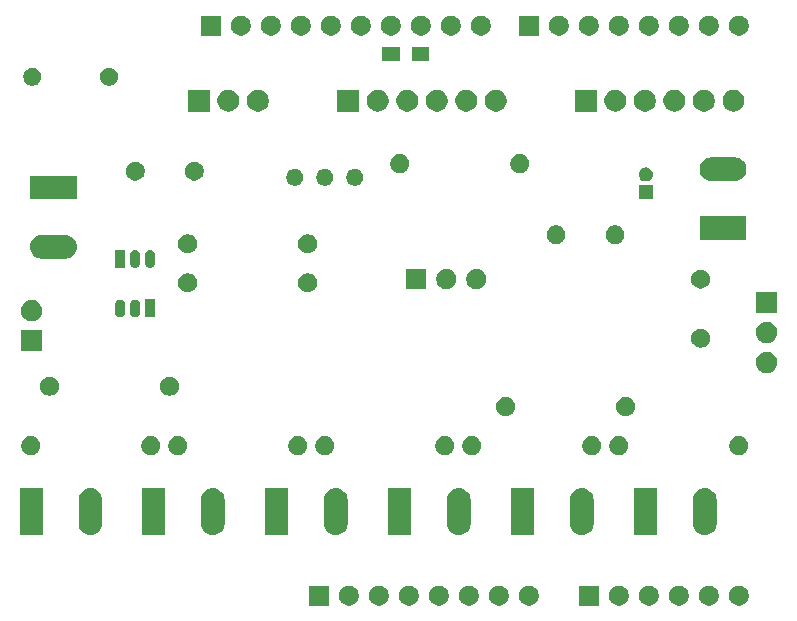
<source format=gbr>
G04 #@! TF.GenerationSoftware,KiCad,Pcbnew,(5.1.5)-3*
G04 #@! TF.CreationDate,2020-01-11T20:00:43-05:00*
G04 #@! TF.ProjectId,data_station_backpack,64617461-5f73-4746-9174-696f6e5f6261,rev?*
G04 #@! TF.SameCoordinates,Original*
G04 #@! TF.FileFunction,Soldermask,Bot*
G04 #@! TF.FilePolarity,Negative*
%FSLAX46Y46*%
G04 Gerber Fmt 4.6, Leading zero omitted, Abs format (unit mm)*
G04 Created by KiCad (PCBNEW (5.1.5)-3) date 2020-01-11 20:00:43*
%MOMM*%
%LPD*%
G04 APERTURE LIST*
%ADD10C,0.100000*%
G04 APERTURE END LIST*
D10*
G36*
X174745935Y-123007664D02*
G01*
X174900624Y-123071739D01*
X174900626Y-123071740D01*
X175039844Y-123164762D01*
X175158238Y-123283156D01*
X175251260Y-123422374D01*
X175251261Y-123422376D01*
X175315336Y-123577065D01*
X175348000Y-123741281D01*
X175348000Y-123908719D01*
X175315336Y-124072935D01*
X175251261Y-124227624D01*
X175251260Y-124227626D01*
X175158238Y-124366844D01*
X175039844Y-124485238D01*
X174900626Y-124578260D01*
X174900625Y-124578261D01*
X174900624Y-124578261D01*
X174745935Y-124642336D01*
X174581719Y-124675000D01*
X174414281Y-124675000D01*
X174250065Y-124642336D01*
X174095376Y-124578261D01*
X174095375Y-124578261D01*
X174095374Y-124578260D01*
X173956156Y-124485238D01*
X173837762Y-124366844D01*
X173744740Y-124227626D01*
X173744739Y-124227624D01*
X173680664Y-124072935D01*
X173648000Y-123908719D01*
X173648000Y-123741281D01*
X173680664Y-123577065D01*
X173744739Y-123422376D01*
X173744740Y-123422374D01*
X173837762Y-123283156D01*
X173956156Y-123164762D01*
X174095374Y-123071740D01*
X174095376Y-123071739D01*
X174250065Y-123007664D01*
X174414281Y-122975000D01*
X174581719Y-122975000D01*
X174745935Y-123007664D01*
G37*
G36*
X172205935Y-123007664D02*
G01*
X172360624Y-123071739D01*
X172360626Y-123071740D01*
X172499844Y-123164762D01*
X172618238Y-123283156D01*
X172711260Y-123422374D01*
X172711261Y-123422376D01*
X172775336Y-123577065D01*
X172808000Y-123741281D01*
X172808000Y-123908719D01*
X172775336Y-124072935D01*
X172711261Y-124227624D01*
X172711260Y-124227626D01*
X172618238Y-124366844D01*
X172499844Y-124485238D01*
X172360626Y-124578260D01*
X172360625Y-124578261D01*
X172360624Y-124578261D01*
X172205935Y-124642336D01*
X172041719Y-124675000D01*
X171874281Y-124675000D01*
X171710065Y-124642336D01*
X171555376Y-124578261D01*
X171555375Y-124578261D01*
X171555374Y-124578260D01*
X171416156Y-124485238D01*
X171297762Y-124366844D01*
X171204740Y-124227626D01*
X171204739Y-124227624D01*
X171140664Y-124072935D01*
X171108000Y-123908719D01*
X171108000Y-123741281D01*
X171140664Y-123577065D01*
X171204739Y-123422376D01*
X171204740Y-123422374D01*
X171297762Y-123283156D01*
X171416156Y-123164762D01*
X171555374Y-123071740D01*
X171555376Y-123071739D01*
X171710065Y-123007664D01*
X171874281Y-122975000D01*
X172041719Y-122975000D01*
X172205935Y-123007664D01*
G37*
G36*
X156965935Y-123007664D02*
G01*
X157120624Y-123071739D01*
X157120626Y-123071740D01*
X157259844Y-123164762D01*
X157378238Y-123283156D01*
X157471260Y-123422374D01*
X157471261Y-123422376D01*
X157535336Y-123577065D01*
X157568000Y-123741281D01*
X157568000Y-123908719D01*
X157535336Y-124072935D01*
X157471261Y-124227624D01*
X157471260Y-124227626D01*
X157378238Y-124366844D01*
X157259844Y-124485238D01*
X157120626Y-124578260D01*
X157120625Y-124578261D01*
X157120624Y-124578261D01*
X156965935Y-124642336D01*
X156801719Y-124675000D01*
X156634281Y-124675000D01*
X156470065Y-124642336D01*
X156315376Y-124578261D01*
X156315375Y-124578261D01*
X156315374Y-124578260D01*
X156176156Y-124485238D01*
X156057762Y-124366844D01*
X155964740Y-124227626D01*
X155964739Y-124227624D01*
X155900664Y-124072935D01*
X155868000Y-123908719D01*
X155868000Y-123741281D01*
X155900664Y-123577065D01*
X155964739Y-123422376D01*
X155964740Y-123422374D01*
X156057762Y-123283156D01*
X156176156Y-123164762D01*
X156315374Y-123071740D01*
X156315376Y-123071739D01*
X156470065Y-123007664D01*
X156634281Y-122975000D01*
X156801719Y-122975000D01*
X156965935Y-123007664D01*
G37*
G36*
X154425935Y-123007664D02*
G01*
X154580624Y-123071739D01*
X154580626Y-123071740D01*
X154719844Y-123164762D01*
X154838238Y-123283156D01*
X154931260Y-123422374D01*
X154931261Y-123422376D01*
X154995336Y-123577065D01*
X155028000Y-123741281D01*
X155028000Y-123908719D01*
X154995336Y-124072935D01*
X154931261Y-124227624D01*
X154931260Y-124227626D01*
X154838238Y-124366844D01*
X154719844Y-124485238D01*
X154580626Y-124578260D01*
X154580625Y-124578261D01*
X154580624Y-124578261D01*
X154425935Y-124642336D01*
X154261719Y-124675000D01*
X154094281Y-124675000D01*
X153930065Y-124642336D01*
X153775376Y-124578261D01*
X153775375Y-124578261D01*
X153775374Y-124578260D01*
X153636156Y-124485238D01*
X153517762Y-124366844D01*
X153424740Y-124227626D01*
X153424739Y-124227624D01*
X153360664Y-124072935D01*
X153328000Y-123908719D01*
X153328000Y-123741281D01*
X153360664Y-123577065D01*
X153424739Y-123422376D01*
X153424740Y-123422374D01*
X153517762Y-123283156D01*
X153636156Y-123164762D01*
X153775374Y-123071740D01*
X153775376Y-123071739D01*
X153930065Y-123007664D01*
X154094281Y-122975000D01*
X154261719Y-122975000D01*
X154425935Y-123007664D01*
G37*
G36*
X151885935Y-123007664D02*
G01*
X152040624Y-123071739D01*
X152040626Y-123071740D01*
X152179844Y-123164762D01*
X152298238Y-123283156D01*
X152391260Y-123422374D01*
X152391261Y-123422376D01*
X152455336Y-123577065D01*
X152488000Y-123741281D01*
X152488000Y-123908719D01*
X152455336Y-124072935D01*
X152391261Y-124227624D01*
X152391260Y-124227626D01*
X152298238Y-124366844D01*
X152179844Y-124485238D01*
X152040626Y-124578260D01*
X152040625Y-124578261D01*
X152040624Y-124578261D01*
X151885935Y-124642336D01*
X151721719Y-124675000D01*
X151554281Y-124675000D01*
X151390065Y-124642336D01*
X151235376Y-124578261D01*
X151235375Y-124578261D01*
X151235374Y-124578260D01*
X151096156Y-124485238D01*
X150977762Y-124366844D01*
X150884740Y-124227626D01*
X150884739Y-124227624D01*
X150820664Y-124072935D01*
X150788000Y-123908719D01*
X150788000Y-123741281D01*
X150820664Y-123577065D01*
X150884739Y-123422376D01*
X150884740Y-123422374D01*
X150977762Y-123283156D01*
X151096156Y-123164762D01*
X151235374Y-123071740D01*
X151235376Y-123071739D01*
X151390065Y-123007664D01*
X151554281Y-122975000D01*
X151721719Y-122975000D01*
X151885935Y-123007664D01*
G37*
G36*
X149345935Y-123007664D02*
G01*
X149500624Y-123071739D01*
X149500626Y-123071740D01*
X149639844Y-123164762D01*
X149758238Y-123283156D01*
X149851260Y-123422374D01*
X149851261Y-123422376D01*
X149915336Y-123577065D01*
X149948000Y-123741281D01*
X149948000Y-123908719D01*
X149915336Y-124072935D01*
X149851261Y-124227624D01*
X149851260Y-124227626D01*
X149758238Y-124366844D01*
X149639844Y-124485238D01*
X149500626Y-124578260D01*
X149500625Y-124578261D01*
X149500624Y-124578261D01*
X149345935Y-124642336D01*
X149181719Y-124675000D01*
X149014281Y-124675000D01*
X148850065Y-124642336D01*
X148695376Y-124578261D01*
X148695375Y-124578261D01*
X148695374Y-124578260D01*
X148556156Y-124485238D01*
X148437762Y-124366844D01*
X148344740Y-124227626D01*
X148344739Y-124227624D01*
X148280664Y-124072935D01*
X148248000Y-123908719D01*
X148248000Y-123741281D01*
X148280664Y-123577065D01*
X148344739Y-123422376D01*
X148344740Y-123422374D01*
X148437762Y-123283156D01*
X148556156Y-123164762D01*
X148695374Y-123071740D01*
X148695376Y-123071739D01*
X148850065Y-123007664D01*
X149014281Y-122975000D01*
X149181719Y-122975000D01*
X149345935Y-123007664D01*
G37*
G36*
X146805935Y-123007664D02*
G01*
X146960624Y-123071739D01*
X146960626Y-123071740D01*
X147099844Y-123164762D01*
X147218238Y-123283156D01*
X147311260Y-123422374D01*
X147311261Y-123422376D01*
X147375336Y-123577065D01*
X147408000Y-123741281D01*
X147408000Y-123908719D01*
X147375336Y-124072935D01*
X147311261Y-124227624D01*
X147311260Y-124227626D01*
X147218238Y-124366844D01*
X147099844Y-124485238D01*
X146960626Y-124578260D01*
X146960625Y-124578261D01*
X146960624Y-124578261D01*
X146805935Y-124642336D01*
X146641719Y-124675000D01*
X146474281Y-124675000D01*
X146310065Y-124642336D01*
X146155376Y-124578261D01*
X146155375Y-124578261D01*
X146155374Y-124578260D01*
X146016156Y-124485238D01*
X145897762Y-124366844D01*
X145804740Y-124227626D01*
X145804739Y-124227624D01*
X145740664Y-124072935D01*
X145708000Y-123908719D01*
X145708000Y-123741281D01*
X145740664Y-123577065D01*
X145804739Y-123422376D01*
X145804740Y-123422374D01*
X145897762Y-123283156D01*
X146016156Y-123164762D01*
X146155374Y-123071740D01*
X146155376Y-123071739D01*
X146310065Y-123007664D01*
X146474281Y-122975000D01*
X146641719Y-122975000D01*
X146805935Y-123007664D01*
G37*
G36*
X144265935Y-123007664D02*
G01*
X144420624Y-123071739D01*
X144420626Y-123071740D01*
X144559844Y-123164762D01*
X144678238Y-123283156D01*
X144771260Y-123422374D01*
X144771261Y-123422376D01*
X144835336Y-123577065D01*
X144868000Y-123741281D01*
X144868000Y-123908719D01*
X144835336Y-124072935D01*
X144771261Y-124227624D01*
X144771260Y-124227626D01*
X144678238Y-124366844D01*
X144559844Y-124485238D01*
X144420626Y-124578260D01*
X144420625Y-124578261D01*
X144420624Y-124578261D01*
X144265935Y-124642336D01*
X144101719Y-124675000D01*
X143934281Y-124675000D01*
X143770065Y-124642336D01*
X143615376Y-124578261D01*
X143615375Y-124578261D01*
X143615374Y-124578260D01*
X143476156Y-124485238D01*
X143357762Y-124366844D01*
X143264740Y-124227626D01*
X143264739Y-124227624D01*
X143200664Y-124072935D01*
X143168000Y-123908719D01*
X143168000Y-123741281D01*
X143200664Y-123577065D01*
X143264739Y-123422376D01*
X143264740Y-123422374D01*
X143357762Y-123283156D01*
X143476156Y-123164762D01*
X143615374Y-123071740D01*
X143615376Y-123071739D01*
X143770065Y-123007664D01*
X143934281Y-122975000D01*
X144101719Y-122975000D01*
X144265935Y-123007664D01*
G37*
G36*
X139788000Y-124675000D02*
G01*
X138088000Y-124675000D01*
X138088000Y-122975000D01*
X139788000Y-122975000D01*
X139788000Y-124675000D01*
G37*
G36*
X162648000Y-124675000D02*
G01*
X160948000Y-124675000D01*
X160948000Y-122975000D01*
X162648000Y-122975000D01*
X162648000Y-124675000D01*
G37*
G36*
X164585935Y-123007664D02*
G01*
X164740624Y-123071739D01*
X164740626Y-123071740D01*
X164879844Y-123164762D01*
X164998238Y-123283156D01*
X165091260Y-123422374D01*
X165091261Y-123422376D01*
X165155336Y-123577065D01*
X165188000Y-123741281D01*
X165188000Y-123908719D01*
X165155336Y-124072935D01*
X165091261Y-124227624D01*
X165091260Y-124227626D01*
X164998238Y-124366844D01*
X164879844Y-124485238D01*
X164740626Y-124578260D01*
X164740625Y-124578261D01*
X164740624Y-124578261D01*
X164585935Y-124642336D01*
X164421719Y-124675000D01*
X164254281Y-124675000D01*
X164090065Y-124642336D01*
X163935376Y-124578261D01*
X163935375Y-124578261D01*
X163935374Y-124578260D01*
X163796156Y-124485238D01*
X163677762Y-124366844D01*
X163584740Y-124227626D01*
X163584739Y-124227624D01*
X163520664Y-124072935D01*
X163488000Y-123908719D01*
X163488000Y-123741281D01*
X163520664Y-123577065D01*
X163584739Y-123422376D01*
X163584740Y-123422374D01*
X163677762Y-123283156D01*
X163796156Y-123164762D01*
X163935374Y-123071740D01*
X163935376Y-123071739D01*
X164090065Y-123007664D01*
X164254281Y-122975000D01*
X164421719Y-122975000D01*
X164585935Y-123007664D01*
G37*
G36*
X167125935Y-123007664D02*
G01*
X167280624Y-123071739D01*
X167280626Y-123071740D01*
X167419844Y-123164762D01*
X167538238Y-123283156D01*
X167631260Y-123422374D01*
X167631261Y-123422376D01*
X167695336Y-123577065D01*
X167728000Y-123741281D01*
X167728000Y-123908719D01*
X167695336Y-124072935D01*
X167631261Y-124227624D01*
X167631260Y-124227626D01*
X167538238Y-124366844D01*
X167419844Y-124485238D01*
X167280626Y-124578260D01*
X167280625Y-124578261D01*
X167280624Y-124578261D01*
X167125935Y-124642336D01*
X166961719Y-124675000D01*
X166794281Y-124675000D01*
X166630065Y-124642336D01*
X166475376Y-124578261D01*
X166475375Y-124578261D01*
X166475374Y-124578260D01*
X166336156Y-124485238D01*
X166217762Y-124366844D01*
X166124740Y-124227626D01*
X166124739Y-124227624D01*
X166060664Y-124072935D01*
X166028000Y-123908719D01*
X166028000Y-123741281D01*
X166060664Y-123577065D01*
X166124739Y-123422376D01*
X166124740Y-123422374D01*
X166217762Y-123283156D01*
X166336156Y-123164762D01*
X166475374Y-123071740D01*
X166475376Y-123071739D01*
X166630065Y-123007664D01*
X166794281Y-122975000D01*
X166961719Y-122975000D01*
X167125935Y-123007664D01*
G37*
G36*
X169665935Y-123007664D02*
G01*
X169820624Y-123071739D01*
X169820626Y-123071740D01*
X169959844Y-123164762D01*
X170078238Y-123283156D01*
X170171260Y-123422374D01*
X170171261Y-123422376D01*
X170235336Y-123577065D01*
X170268000Y-123741281D01*
X170268000Y-123908719D01*
X170235336Y-124072935D01*
X170171261Y-124227624D01*
X170171260Y-124227626D01*
X170078238Y-124366844D01*
X169959844Y-124485238D01*
X169820626Y-124578260D01*
X169820625Y-124578261D01*
X169820624Y-124578261D01*
X169665935Y-124642336D01*
X169501719Y-124675000D01*
X169334281Y-124675000D01*
X169170065Y-124642336D01*
X169015376Y-124578261D01*
X169015375Y-124578261D01*
X169015374Y-124578260D01*
X168876156Y-124485238D01*
X168757762Y-124366844D01*
X168664740Y-124227626D01*
X168664739Y-124227624D01*
X168600664Y-124072935D01*
X168568000Y-123908719D01*
X168568000Y-123741281D01*
X168600664Y-123577065D01*
X168664739Y-123422376D01*
X168664740Y-123422374D01*
X168757762Y-123283156D01*
X168876156Y-123164762D01*
X169015374Y-123071740D01*
X169015376Y-123071739D01*
X169170065Y-123007664D01*
X169334281Y-122975000D01*
X169501719Y-122975000D01*
X169665935Y-123007664D01*
G37*
G36*
X141725935Y-123007664D02*
G01*
X141880624Y-123071739D01*
X141880626Y-123071740D01*
X142019844Y-123164762D01*
X142138238Y-123283156D01*
X142231260Y-123422374D01*
X142231261Y-123422376D01*
X142295336Y-123577065D01*
X142328000Y-123741281D01*
X142328000Y-123908719D01*
X142295336Y-124072935D01*
X142231261Y-124227624D01*
X142231260Y-124227626D01*
X142138238Y-124366844D01*
X142019844Y-124485238D01*
X141880626Y-124578260D01*
X141880625Y-124578261D01*
X141880624Y-124578261D01*
X141725935Y-124642336D01*
X141561719Y-124675000D01*
X141394281Y-124675000D01*
X141230065Y-124642336D01*
X141075376Y-124578261D01*
X141075375Y-124578261D01*
X141075374Y-124578260D01*
X140936156Y-124485238D01*
X140817762Y-124366844D01*
X140724740Y-124227626D01*
X140724739Y-124227624D01*
X140660664Y-124072935D01*
X140628000Y-123908719D01*
X140628000Y-123741281D01*
X140660664Y-123577065D01*
X140724739Y-123422376D01*
X140724740Y-123422374D01*
X140817762Y-123283156D01*
X140936156Y-123164762D01*
X141075374Y-123071740D01*
X141075376Y-123071739D01*
X141230065Y-123007664D01*
X141394281Y-122975000D01*
X141561719Y-122975000D01*
X141725935Y-123007664D01*
G37*
G36*
X150990071Y-114747324D02*
G01*
X151176690Y-114803934D01*
X151348677Y-114895862D01*
X151499423Y-115019577D01*
X151623139Y-115170324D01*
X151715065Y-115342307D01*
X151771676Y-115528928D01*
X151786000Y-115674364D01*
X151786000Y-117751636D01*
X151771676Y-117897072D01*
X151715065Y-118083693D01*
X151623139Y-118255676D01*
X151499423Y-118406423D01*
X151348676Y-118530139D01*
X151176693Y-118622065D01*
X150990072Y-118678676D01*
X150796000Y-118697790D01*
X150601929Y-118678676D01*
X150415308Y-118622065D01*
X150243325Y-118530139D01*
X150092578Y-118406423D01*
X149968862Y-118255676D01*
X149876936Y-118083693D01*
X149820325Y-117897072D01*
X149806001Y-117751636D01*
X149806000Y-115674365D01*
X149820324Y-115528929D01*
X149876934Y-115342310D01*
X149968862Y-115170323D01*
X150092577Y-115019577D01*
X150243324Y-114895861D01*
X150415307Y-114803935D01*
X150601928Y-114747324D01*
X150796000Y-114728210D01*
X150990071Y-114747324D01*
G37*
G36*
X140576071Y-114747324D02*
G01*
X140762690Y-114803934D01*
X140934677Y-114895862D01*
X141085423Y-115019577D01*
X141209139Y-115170324D01*
X141301065Y-115342307D01*
X141357676Y-115528928D01*
X141372000Y-115674364D01*
X141372000Y-117751636D01*
X141357676Y-117897072D01*
X141301065Y-118083693D01*
X141209139Y-118255676D01*
X141085423Y-118406423D01*
X140934676Y-118530139D01*
X140762693Y-118622065D01*
X140576072Y-118678676D01*
X140382000Y-118697790D01*
X140187929Y-118678676D01*
X140001308Y-118622065D01*
X139829325Y-118530139D01*
X139678578Y-118406423D01*
X139554862Y-118255676D01*
X139462936Y-118083693D01*
X139406325Y-117897072D01*
X139392001Y-117751636D01*
X139392000Y-115674365D01*
X139406324Y-115528929D01*
X139462934Y-115342310D01*
X139554862Y-115170323D01*
X139678577Y-115019577D01*
X139829324Y-114895861D01*
X140001307Y-114803935D01*
X140187928Y-114747324D01*
X140382000Y-114728210D01*
X140576071Y-114747324D01*
G37*
G36*
X119788071Y-114747324D02*
G01*
X119974690Y-114803934D01*
X120146677Y-114895862D01*
X120297423Y-115019577D01*
X120421139Y-115170324D01*
X120513065Y-115342307D01*
X120569676Y-115528928D01*
X120584000Y-115674364D01*
X120584000Y-117751636D01*
X120569676Y-117897072D01*
X120513065Y-118083693D01*
X120421139Y-118255676D01*
X120297423Y-118406423D01*
X120146676Y-118530139D01*
X119974693Y-118622065D01*
X119788072Y-118678676D01*
X119594000Y-118697790D01*
X119399929Y-118678676D01*
X119213308Y-118622065D01*
X119041325Y-118530139D01*
X118890578Y-118406423D01*
X118766862Y-118255676D01*
X118674936Y-118083693D01*
X118618325Y-117897072D01*
X118604001Y-117751636D01*
X118604000Y-115674365D01*
X118618324Y-115528929D01*
X118674934Y-115342310D01*
X118766862Y-115170323D01*
X118890577Y-115019577D01*
X119041324Y-114895861D01*
X119213307Y-114803935D01*
X119399928Y-114747324D01*
X119594000Y-114728210D01*
X119788071Y-114747324D01*
G37*
G36*
X171818071Y-114747324D02*
G01*
X172004690Y-114803934D01*
X172176677Y-114895862D01*
X172327423Y-115019577D01*
X172451139Y-115170324D01*
X172543065Y-115342307D01*
X172599676Y-115528928D01*
X172614000Y-115674364D01*
X172614000Y-117751636D01*
X172599676Y-117897072D01*
X172543065Y-118083693D01*
X172451139Y-118255676D01*
X172327423Y-118406423D01*
X172176676Y-118530139D01*
X172004693Y-118622065D01*
X171818072Y-118678676D01*
X171624000Y-118697790D01*
X171429929Y-118678676D01*
X171243308Y-118622065D01*
X171071325Y-118530139D01*
X170920578Y-118406423D01*
X170796862Y-118255676D01*
X170704936Y-118083693D01*
X170648325Y-117897072D01*
X170634001Y-117751636D01*
X170634000Y-115674365D01*
X170648324Y-115528929D01*
X170704934Y-115342310D01*
X170796862Y-115170323D01*
X170920577Y-115019577D01*
X171071324Y-114895861D01*
X171243307Y-114803935D01*
X171429928Y-114747324D01*
X171624000Y-114728210D01*
X171818071Y-114747324D01*
G37*
G36*
X161404071Y-114747324D02*
G01*
X161590690Y-114803934D01*
X161762677Y-114895862D01*
X161913423Y-115019577D01*
X162037139Y-115170324D01*
X162129065Y-115342307D01*
X162185676Y-115528928D01*
X162200000Y-115674364D01*
X162200000Y-117751636D01*
X162185676Y-117897072D01*
X162129065Y-118083693D01*
X162037139Y-118255676D01*
X161913423Y-118406423D01*
X161762676Y-118530139D01*
X161590693Y-118622065D01*
X161404072Y-118678676D01*
X161210000Y-118697790D01*
X161015929Y-118678676D01*
X160829308Y-118622065D01*
X160657325Y-118530139D01*
X160506578Y-118406423D01*
X160382862Y-118255676D01*
X160290936Y-118083693D01*
X160234325Y-117897072D01*
X160220001Y-117751636D01*
X160220000Y-115674365D01*
X160234324Y-115528929D01*
X160290934Y-115342310D01*
X160382862Y-115170323D01*
X160506577Y-115019577D01*
X160657324Y-114895861D01*
X160829307Y-114803935D01*
X161015928Y-114747324D01*
X161210000Y-114728210D01*
X161404071Y-114747324D01*
G37*
G36*
X130162071Y-114747324D02*
G01*
X130348690Y-114803934D01*
X130520677Y-114895862D01*
X130671423Y-115019577D01*
X130795139Y-115170324D01*
X130887065Y-115342307D01*
X130943676Y-115528928D01*
X130958000Y-115674364D01*
X130958000Y-117751636D01*
X130943676Y-117897072D01*
X130887065Y-118083693D01*
X130795139Y-118255676D01*
X130671423Y-118406423D01*
X130520676Y-118530139D01*
X130348693Y-118622065D01*
X130162072Y-118678676D01*
X129968000Y-118697790D01*
X129773929Y-118678676D01*
X129587308Y-118622065D01*
X129415325Y-118530139D01*
X129264578Y-118406423D01*
X129140862Y-118255676D01*
X129048936Y-118083693D01*
X128992325Y-117897072D01*
X128978001Y-117751636D01*
X128978000Y-115674365D01*
X128992324Y-115528929D01*
X129048934Y-115342310D01*
X129140862Y-115170323D01*
X129264577Y-115019577D01*
X129415324Y-114895861D01*
X129587307Y-114803935D01*
X129773928Y-114747324D01*
X129968000Y-114728210D01*
X130162071Y-114747324D01*
G37*
G36*
X167614000Y-118693000D02*
G01*
X165634000Y-118693000D01*
X165634000Y-114733000D01*
X167614000Y-114733000D01*
X167614000Y-118693000D01*
G37*
G36*
X115584000Y-118693000D02*
G01*
X113604000Y-118693000D01*
X113604000Y-114733000D01*
X115584000Y-114733000D01*
X115584000Y-118693000D01*
G37*
G36*
X125958000Y-118693000D02*
G01*
X123978000Y-118693000D01*
X123978000Y-114733000D01*
X125958000Y-114733000D01*
X125958000Y-118693000D01*
G37*
G36*
X136372000Y-118693000D02*
G01*
X134392000Y-118693000D01*
X134392000Y-114733000D01*
X136372000Y-114733000D01*
X136372000Y-118693000D01*
G37*
G36*
X146786000Y-118693000D02*
G01*
X144806000Y-118693000D01*
X144806000Y-114733000D01*
X146786000Y-114733000D01*
X146786000Y-118693000D01*
G37*
G36*
X157200000Y-118693000D02*
G01*
X155220000Y-118693000D01*
X155220000Y-114733000D01*
X157200000Y-114733000D01*
X157200000Y-118693000D01*
G37*
G36*
X124947351Y-110355743D02*
G01*
X125092941Y-110416048D01*
X125223970Y-110503599D01*
X125335401Y-110615030D01*
X125422952Y-110746059D01*
X125483257Y-110891649D01*
X125514000Y-111046206D01*
X125514000Y-111203794D01*
X125483257Y-111358351D01*
X125422952Y-111503941D01*
X125335401Y-111634970D01*
X125223970Y-111746401D01*
X125092941Y-111833952D01*
X124947351Y-111894257D01*
X124792794Y-111925000D01*
X124635206Y-111925000D01*
X124480649Y-111894257D01*
X124335059Y-111833952D01*
X124204030Y-111746401D01*
X124092599Y-111634970D01*
X124005048Y-111503941D01*
X123944743Y-111358351D01*
X123914000Y-111203794D01*
X123914000Y-111046206D01*
X123944743Y-110891649D01*
X124005048Y-110746059D01*
X124092599Y-110615030D01*
X124204030Y-110503599D01*
X124335059Y-110416048D01*
X124480649Y-110355743D01*
X124635206Y-110325000D01*
X124792794Y-110325000D01*
X124947351Y-110355743D01*
G37*
G36*
X127233351Y-110355743D02*
G01*
X127378941Y-110416048D01*
X127509970Y-110503599D01*
X127621401Y-110615030D01*
X127708952Y-110746059D01*
X127769257Y-110891649D01*
X127800000Y-111046206D01*
X127800000Y-111203794D01*
X127769257Y-111358351D01*
X127708952Y-111503941D01*
X127621401Y-111634970D01*
X127509970Y-111746401D01*
X127378941Y-111833952D01*
X127233351Y-111894257D01*
X127078794Y-111925000D01*
X126921206Y-111925000D01*
X126766649Y-111894257D01*
X126621059Y-111833952D01*
X126490030Y-111746401D01*
X126378599Y-111634970D01*
X126291048Y-111503941D01*
X126230743Y-111358351D01*
X126200000Y-111203794D01*
X126200000Y-111046206D01*
X126230743Y-110891649D01*
X126291048Y-110746059D01*
X126378599Y-110615030D01*
X126490030Y-110503599D01*
X126621059Y-110416048D01*
X126766649Y-110355743D01*
X126921206Y-110325000D01*
X127078794Y-110325000D01*
X127233351Y-110355743D01*
G37*
G36*
X137393351Y-110355743D02*
G01*
X137538941Y-110416048D01*
X137669970Y-110503599D01*
X137781401Y-110615030D01*
X137868952Y-110746059D01*
X137929257Y-110891649D01*
X137960000Y-111046206D01*
X137960000Y-111203794D01*
X137929257Y-111358351D01*
X137868952Y-111503941D01*
X137781401Y-111634970D01*
X137669970Y-111746401D01*
X137538941Y-111833952D01*
X137393351Y-111894257D01*
X137238794Y-111925000D01*
X137081206Y-111925000D01*
X136926649Y-111894257D01*
X136781059Y-111833952D01*
X136650030Y-111746401D01*
X136538599Y-111634970D01*
X136451048Y-111503941D01*
X136390743Y-111358351D01*
X136360000Y-111203794D01*
X136360000Y-111046206D01*
X136390743Y-110891649D01*
X136451048Y-110746059D01*
X136538599Y-110615030D01*
X136650030Y-110503599D01*
X136781059Y-110416048D01*
X136926649Y-110355743D01*
X137081206Y-110325000D01*
X137238794Y-110325000D01*
X137393351Y-110355743D01*
G37*
G36*
X149839351Y-110355743D02*
G01*
X149984941Y-110416048D01*
X150115970Y-110503599D01*
X150227401Y-110615030D01*
X150314952Y-110746059D01*
X150375257Y-110891649D01*
X150406000Y-111046206D01*
X150406000Y-111203794D01*
X150375257Y-111358351D01*
X150314952Y-111503941D01*
X150227401Y-111634970D01*
X150115970Y-111746401D01*
X149984941Y-111833952D01*
X149839351Y-111894257D01*
X149684794Y-111925000D01*
X149527206Y-111925000D01*
X149372649Y-111894257D01*
X149227059Y-111833952D01*
X149096030Y-111746401D01*
X148984599Y-111634970D01*
X148897048Y-111503941D01*
X148836743Y-111358351D01*
X148806000Y-111203794D01*
X148806000Y-111046206D01*
X148836743Y-110891649D01*
X148897048Y-110746059D01*
X148984599Y-110615030D01*
X149096030Y-110503599D01*
X149227059Y-110416048D01*
X149372649Y-110355743D01*
X149527206Y-110325000D01*
X149684794Y-110325000D01*
X149839351Y-110355743D01*
G37*
G36*
X139679351Y-110355743D02*
G01*
X139824941Y-110416048D01*
X139955970Y-110503599D01*
X140067401Y-110615030D01*
X140154952Y-110746059D01*
X140215257Y-110891649D01*
X140246000Y-111046206D01*
X140246000Y-111203794D01*
X140215257Y-111358351D01*
X140154952Y-111503941D01*
X140067401Y-111634970D01*
X139955970Y-111746401D01*
X139824941Y-111833952D01*
X139679351Y-111894257D01*
X139524794Y-111925000D01*
X139367206Y-111925000D01*
X139212649Y-111894257D01*
X139067059Y-111833952D01*
X138936030Y-111746401D01*
X138824599Y-111634970D01*
X138737048Y-111503941D01*
X138676743Y-111358351D01*
X138646000Y-111203794D01*
X138646000Y-111046206D01*
X138676743Y-110891649D01*
X138737048Y-110746059D01*
X138824599Y-110615030D01*
X138936030Y-110503599D01*
X139067059Y-110416048D01*
X139212649Y-110355743D01*
X139367206Y-110325000D01*
X139524794Y-110325000D01*
X139679351Y-110355743D01*
G37*
G36*
X162285351Y-110355743D02*
G01*
X162430941Y-110416048D01*
X162561970Y-110503599D01*
X162673401Y-110615030D01*
X162760952Y-110746059D01*
X162821257Y-110891649D01*
X162852000Y-111046206D01*
X162852000Y-111203794D01*
X162821257Y-111358351D01*
X162760952Y-111503941D01*
X162673401Y-111634970D01*
X162561970Y-111746401D01*
X162430941Y-111833952D01*
X162285351Y-111894257D01*
X162130794Y-111925000D01*
X161973206Y-111925000D01*
X161818649Y-111894257D01*
X161673059Y-111833952D01*
X161542030Y-111746401D01*
X161430599Y-111634970D01*
X161343048Y-111503941D01*
X161282743Y-111358351D01*
X161252000Y-111203794D01*
X161252000Y-111046206D01*
X161282743Y-110891649D01*
X161343048Y-110746059D01*
X161430599Y-110615030D01*
X161542030Y-110503599D01*
X161673059Y-110416048D01*
X161818649Y-110355743D01*
X161973206Y-110325000D01*
X162130794Y-110325000D01*
X162285351Y-110355743D01*
G37*
G36*
X164571351Y-110355743D02*
G01*
X164716941Y-110416048D01*
X164847970Y-110503599D01*
X164959401Y-110615030D01*
X165046952Y-110746059D01*
X165107257Y-110891649D01*
X165138000Y-111046206D01*
X165138000Y-111203794D01*
X165107257Y-111358351D01*
X165046952Y-111503941D01*
X164959401Y-111634970D01*
X164847970Y-111746401D01*
X164716941Y-111833952D01*
X164571351Y-111894257D01*
X164416794Y-111925000D01*
X164259206Y-111925000D01*
X164104649Y-111894257D01*
X163959059Y-111833952D01*
X163828030Y-111746401D01*
X163716599Y-111634970D01*
X163629048Y-111503941D01*
X163568743Y-111358351D01*
X163538000Y-111203794D01*
X163538000Y-111046206D01*
X163568743Y-110891649D01*
X163629048Y-110746059D01*
X163716599Y-110615030D01*
X163828030Y-110503599D01*
X163959059Y-110416048D01*
X164104649Y-110355743D01*
X164259206Y-110325000D01*
X164416794Y-110325000D01*
X164571351Y-110355743D01*
G37*
G36*
X174731351Y-110355743D02*
G01*
X174876941Y-110416048D01*
X175007970Y-110503599D01*
X175119401Y-110615030D01*
X175206952Y-110746059D01*
X175267257Y-110891649D01*
X175298000Y-111046206D01*
X175298000Y-111203794D01*
X175267257Y-111358351D01*
X175206952Y-111503941D01*
X175119401Y-111634970D01*
X175007970Y-111746401D01*
X174876941Y-111833952D01*
X174731351Y-111894257D01*
X174576794Y-111925000D01*
X174419206Y-111925000D01*
X174264649Y-111894257D01*
X174119059Y-111833952D01*
X173988030Y-111746401D01*
X173876599Y-111634970D01*
X173789048Y-111503941D01*
X173728743Y-111358351D01*
X173698000Y-111203794D01*
X173698000Y-111046206D01*
X173728743Y-110891649D01*
X173789048Y-110746059D01*
X173876599Y-110615030D01*
X173988030Y-110503599D01*
X174119059Y-110416048D01*
X174264649Y-110355743D01*
X174419206Y-110325000D01*
X174576794Y-110325000D01*
X174731351Y-110355743D01*
G37*
G36*
X114787351Y-110355743D02*
G01*
X114932941Y-110416048D01*
X115063970Y-110503599D01*
X115175401Y-110615030D01*
X115262952Y-110746059D01*
X115323257Y-110891649D01*
X115354000Y-111046206D01*
X115354000Y-111203794D01*
X115323257Y-111358351D01*
X115262952Y-111503941D01*
X115175401Y-111634970D01*
X115063970Y-111746401D01*
X114932941Y-111833952D01*
X114787351Y-111894257D01*
X114632794Y-111925000D01*
X114475206Y-111925000D01*
X114320649Y-111894257D01*
X114175059Y-111833952D01*
X114044030Y-111746401D01*
X113932599Y-111634970D01*
X113845048Y-111503941D01*
X113784743Y-111358351D01*
X113754000Y-111203794D01*
X113754000Y-111046206D01*
X113784743Y-110891649D01*
X113845048Y-110746059D01*
X113932599Y-110615030D01*
X114044030Y-110503599D01*
X114175059Y-110416048D01*
X114320649Y-110355743D01*
X114475206Y-110325000D01*
X114632794Y-110325000D01*
X114787351Y-110355743D01*
G37*
G36*
X152125351Y-110355743D02*
G01*
X152270941Y-110416048D01*
X152401970Y-110503599D01*
X152513401Y-110615030D01*
X152600952Y-110746059D01*
X152661257Y-110891649D01*
X152692000Y-111046206D01*
X152692000Y-111203794D01*
X152661257Y-111358351D01*
X152600952Y-111503941D01*
X152513401Y-111634970D01*
X152401970Y-111746401D01*
X152270941Y-111833952D01*
X152125351Y-111894257D01*
X151970794Y-111925000D01*
X151813206Y-111925000D01*
X151658649Y-111894257D01*
X151513059Y-111833952D01*
X151382030Y-111746401D01*
X151270599Y-111634970D01*
X151183048Y-111503941D01*
X151122743Y-111358351D01*
X151092000Y-111203794D01*
X151092000Y-111046206D01*
X151122743Y-110891649D01*
X151183048Y-110746059D01*
X151270599Y-110615030D01*
X151382030Y-110503599D01*
X151513059Y-110416048D01*
X151658649Y-110355743D01*
X151813206Y-110325000D01*
X151970794Y-110325000D01*
X152125351Y-110355743D01*
G37*
G36*
X154982851Y-107053743D02*
G01*
X155128441Y-107114048D01*
X155259470Y-107201599D01*
X155370901Y-107313030D01*
X155458452Y-107444059D01*
X155518757Y-107589649D01*
X155549500Y-107744206D01*
X155549500Y-107901794D01*
X155518757Y-108056351D01*
X155458452Y-108201941D01*
X155370901Y-108332970D01*
X155259470Y-108444401D01*
X155128441Y-108531952D01*
X154982851Y-108592257D01*
X154828294Y-108623000D01*
X154670706Y-108623000D01*
X154516149Y-108592257D01*
X154370559Y-108531952D01*
X154239530Y-108444401D01*
X154128099Y-108332970D01*
X154040548Y-108201941D01*
X153980243Y-108056351D01*
X153949500Y-107901794D01*
X153949500Y-107744206D01*
X153980243Y-107589649D01*
X154040548Y-107444059D01*
X154128099Y-107313030D01*
X154239530Y-107201599D01*
X154370559Y-107114048D01*
X154516149Y-107053743D01*
X154670706Y-107023000D01*
X154828294Y-107023000D01*
X154982851Y-107053743D01*
G37*
G36*
X165142851Y-107053743D02*
G01*
X165288441Y-107114048D01*
X165419470Y-107201599D01*
X165530901Y-107313030D01*
X165618452Y-107444059D01*
X165678757Y-107589649D01*
X165709500Y-107744206D01*
X165709500Y-107901794D01*
X165678757Y-108056351D01*
X165618452Y-108201941D01*
X165530901Y-108332970D01*
X165419470Y-108444401D01*
X165288441Y-108531952D01*
X165142851Y-108592257D01*
X164988294Y-108623000D01*
X164830706Y-108623000D01*
X164676149Y-108592257D01*
X164530559Y-108531952D01*
X164399530Y-108444401D01*
X164288099Y-108332970D01*
X164200548Y-108201941D01*
X164140243Y-108056351D01*
X164109500Y-107901794D01*
X164109500Y-107744206D01*
X164140243Y-107589649D01*
X164200548Y-107444059D01*
X164288099Y-107313030D01*
X164399530Y-107201599D01*
X164530559Y-107114048D01*
X164676149Y-107053743D01*
X164830706Y-107023000D01*
X164988294Y-107023000D01*
X165142851Y-107053743D01*
G37*
G36*
X116374851Y-105339243D02*
G01*
X116520441Y-105399548D01*
X116651470Y-105487099D01*
X116762901Y-105598530D01*
X116850452Y-105729559D01*
X116910757Y-105875149D01*
X116941500Y-106029706D01*
X116941500Y-106187294D01*
X116910757Y-106341851D01*
X116850452Y-106487441D01*
X116762901Y-106618470D01*
X116651470Y-106729901D01*
X116520441Y-106817452D01*
X116374851Y-106877757D01*
X116220294Y-106908500D01*
X116062706Y-106908500D01*
X115908149Y-106877757D01*
X115762559Y-106817452D01*
X115631530Y-106729901D01*
X115520099Y-106618470D01*
X115432548Y-106487441D01*
X115372243Y-106341851D01*
X115341500Y-106187294D01*
X115341500Y-106029706D01*
X115372243Y-105875149D01*
X115432548Y-105729559D01*
X115520099Y-105598530D01*
X115631530Y-105487099D01*
X115762559Y-105399548D01*
X115908149Y-105339243D01*
X116062706Y-105308500D01*
X116220294Y-105308500D01*
X116374851Y-105339243D01*
G37*
G36*
X126534851Y-105339243D02*
G01*
X126680441Y-105399548D01*
X126811470Y-105487099D01*
X126922901Y-105598530D01*
X127010452Y-105729559D01*
X127070757Y-105875149D01*
X127101500Y-106029706D01*
X127101500Y-106187294D01*
X127070757Y-106341851D01*
X127010452Y-106487441D01*
X126922901Y-106618470D01*
X126811470Y-106729901D01*
X126680441Y-106817452D01*
X126534851Y-106877757D01*
X126380294Y-106908500D01*
X126222706Y-106908500D01*
X126068149Y-106877757D01*
X125922559Y-106817452D01*
X125791530Y-106729901D01*
X125680099Y-106618470D01*
X125592548Y-106487441D01*
X125532243Y-106341851D01*
X125501500Y-106187294D01*
X125501500Y-106029706D01*
X125532243Y-105875149D01*
X125592548Y-105729559D01*
X125680099Y-105598530D01*
X125791530Y-105487099D01*
X125922559Y-105399548D01*
X126068149Y-105339243D01*
X126222706Y-105308500D01*
X126380294Y-105308500D01*
X126534851Y-105339243D01*
G37*
G36*
X177110020Y-103211086D02*
G01*
X177273810Y-103278930D01*
X177421217Y-103377424D01*
X177546576Y-103502783D01*
X177645070Y-103650190D01*
X177712914Y-103813980D01*
X177747500Y-103987858D01*
X177747500Y-104165142D01*
X177712914Y-104339020D01*
X177645070Y-104502810D01*
X177546576Y-104650217D01*
X177421217Y-104775576D01*
X177273810Y-104874070D01*
X177273809Y-104874071D01*
X177273808Y-104874071D01*
X177110020Y-104941914D01*
X176936144Y-104976500D01*
X176758856Y-104976500D01*
X176584980Y-104941914D01*
X176421192Y-104874071D01*
X176421191Y-104874071D01*
X176421190Y-104874070D01*
X176273783Y-104775576D01*
X176148424Y-104650217D01*
X176049930Y-104502810D01*
X175982086Y-104339020D01*
X175947500Y-104165142D01*
X175947500Y-103987858D01*
X175982086Y-103813980D01*
X176049930Y-103650190D01*
X176148424Y-103502783D01*
X176273783Y-103377424D01*
X176421190Y-103278930D01*
X176584980Y-103211086D01*
X176758856Y-103176500D01*
X176936144Y-103176500D01*
X177110020Y-103211086D01*
G37*
G36*
X115517500Y-103135000D02*
G01*
X113717500Y-103135000D01*
X113717500Y-101335000D01*
X115517500Y-101335000D01*
X115517500Y-103135000D01*
G37*
G36*
X171492851Y-101258743D02*
G01*
X171638441Y-101319048D01*
X171769470Y-101406599D01*
X171880901Y-101518030D01*
X171968452Y-101649059D01*
X172028757Y-101794649D01*
X172059500Y-101949206D01*
X172059500Y-102106794D01*
X172028757Y-102261351D01*
X171968452Y-102406941D01*
X171880901Y-102537970D01*
X171769470Y-102649401D01*
X171638441Y-102736952D01*
X171492851Y-102797257D01*
X171338294Y-102828000D01*
X171180706Y-102828000D01*
X171026149Y-102797257D01*
X170880559Y-102736952D01*
X170749530Y-102649401D01*
X170638099Y-102537970D01*
X170550548Y-102406941D01*
X170490243Y-102261351D01*
X170459500Y-102106794D01*
X170459500Y-101949206D01*
X170490243Y-101794649D01*
X170550548Y-101649059D01*
X170638099Y-101518030D01*
X170749530Y-101406599D01*
X170880559Y-101319048D01*
X171026149Y-101258743D01*
X171180706Y-101228000D01*
X171338294Y-101228000D01*
X171492851Y-101258743D01*
G37*
G36*
X177110020Y-100671086D02*
G01*
X177273810Y-100738930D01*
X177421217Y-100837424D01*
X177546576Y-100962783D01*
X177645070Y-101110190D01*
X177645071Y-101110192D01*
X177712914Y-101273980D01*
X177725052Y-101335000D01*
X177747500Y-101447858D01*
X177747500Y-101625142D01*
X177712914Y-101799020D01*
X177645070Y-101962810D01*
X177546576Y-102110217D01*
X177421217Y-102235576D01*
X177273810Y-102334070D01*
X177273809Y-102334071D01*
X177273808Y-102334071D01*
X177110020Y-102401914D01*
X176936144Y-102436500D01*
X176758856Y-102436500D01*
X176584980Y-102401914D01*
X176421192Y-102334071D01*
X176421191Y-102334071D01*
X176421190Y-102334070D01*
X176273783Y-102235576D01*
X176148424Y-102110217D01*
X176049930Y-101962810D01*
X175982086Y-101799020D01*
X175947500Y-101625142D01*
X175947500Y-101447858D01*
X175969949Y-101335000D01*
X175982086Y-101273980D01*
X176049929Y-101110192D01*
X176049930Y-101110190D01*
X176148424Y-100962783D01*
X176273783Y-100837424D01*
X176421190Y-100738930D01*
X176584980Y-100671086D01*
X176758856Y-100636500D01*
X176936144Y-100636500D01*
X177110020Y-100671086D01*
G37*
G36*
X114874701Y-98828528D02*
G01*
X114880020Y-98829586D01*
X115043810Y-98897430D01*
X115191217Y-98995924D01*
X115316576Y-99121283D01*
X115357410Y-99182396D01*
X115415071Y-99268692D01*
X115482914Y-99432480D01*
X115517500Y-99606356D01*
X115517500Y-99783644D01*
X115482914Y-99957520D01*
X115442240Y-100055717D01*
X115415070Y-100121310D01*
X115316576Y-100268717D01*
X115191217Y-100394076D01*
X115043810Y-100492570D01*
X115043809Y-100492571D01*
X115043808Y-100492571D01*
X114880020Y-100560414D01*
X114706144Y-100595000D01*
X114528856Y-100595000D01*
X114354980Y-100560414D01*
X114191192Y-100492571D01*
X114191191Y-100492571D01*
X114191190Y-100492570D01*
X114043783Y-100394076D01*
X113918424Y-100268717D01*
X113819930Y-100121310D01*
X113792761Y-100055717D01*
X113752086Y-99957520D01*
X113717500Y-99783644D01*
X113717500Y-99606356D01*
X113752086Y-99432480D01*
X113819929Y-99268692D01*
X113877590Y-99182396D01*
X113918424Y-99121283D01*
X114043783Y-98995924D01*
X114191190Y-98897430D01*
X114354980Y-98829586D01*
X114360299Y-98828528D01*
X114528856Y-98795000D01*
X114706144Y-98795000D01*
X114874701Y-98828528D01*
G37*
G36*
X123468714Y-98761011D02*
G01*
X123553540Y-98786743D01*
X123553542Y-98786744D01*
X123631714Y-98828528D01*
X123700238Y-98884763D01*
X123756472Y-98953285D01*
X123779263Y-98995924D01*
X123798257Y-99031459D01*
X123823989Y-99116285D01*
X123830500Y-99182395D01*
X123830500Y-99826605D01*
X123823989Y-99892715D01*
X123804330Y-99957520D01*
X123798256Y-99977543D01*
X123756472Y-100055715D01*
X123700238Y-100124238D01*
X123631715Y-100180472D01*
X123553543Y-100222256D01*
X123553541Y-100222257D01*
X123468715Y-100247989D01*
X123380500Y-100256677D01*
X123292286Y-100247989D01*
X123207460Y-100222257D01*
X123207458Y-100222256D01*
X123129286Y-100180472D01*
X123060763Y-100124238D01*
X123004530Y-100055717D01*
X122962743Y-99977541D01*
X122937011Y-99892713D01*
X122930500Y-99826606D01*
X122930500Y-99182395D01*
X122937011Y-99116288D01*
X122937011Y-99116286D01*
X122962743Y-99031460D01*
X122962745Y-99031457D01*
X123004528Y-98953286D01*
X123060763Y-98884762D01*
X123129285Y-98828528D01*
X123207457Y-98786744D01*
X123207459Y-98786743D01*
X123292285Y-98761011D01*
X123380500Y-98752323D01*
X123468714Y-98761011D01*
G37*
G36*
X122198714Y-98761011D02*
G01*
X122283540Y-98786743D01*
X122283542Y-98786744D01*
X122361714Y-98828528D01*
X122430238Y-98884763D01*
X122486472Y-98953285D01*
X122509263Y-98995924D01*
X122528257Y-99031459D01*
X122553989Y-99116285D01*
X122560500Y-99182395D01*
X122560500Y-99826605D01*
X122553989Y-99892715D01*
X122534330Y-99957520D01*
X122528256Y-99977543D01*
X122486472Y-100055715D01*
X122430238Y-100124238D01*
X122361715Y-100180472D01*
X122283543Y-100222256D01*
X122283541Y-100222257D01*
X122198715Y-100247989D01*
X122110500Y-100256677D01*
X122022286Y-100247989D01*
X121937460Y-100222257D01*
X121937458Y-100222256D01*
X121859286Y-100180472D01*
X121790763Y-100124238D01*
X121734530Y-100055717D01*
X121692743Y-99977541D01*
X121667011Y-99892713D01*
X121660500Y-99826606D01*
X121660500Y-99182395D01*
X121667011Y-99116288D01*
X121667011Y-99116286D01*
X121692743Y-99031460D01*
X121692745Y-99031457D01*
X121734528Y-98953286D01*
X121790763Y-98884762D01*
X121859285Y-98828528D01*
X121937457Y-98786744D01*
X121937459Y-98786743D01*
X122022285Y-98761011D01*
X122110500Y-98752323D01*
X122198714Y-98761011D01*
G37*
G36*
X125100500Y-100254500D02*
G01*
X124200500Y-100254500D01*
X124200500Y-98754500D01*
X125100500Y-98754500D01*
X125100500Y-100254500D01*
G37*
G36*
X177747500Y-99896500D02*
G01*
X175947500Y-99896500D01*
X175947500Y-98096500D01*
X177747500Y-98096500D01*
X177747500Y-99896500D01*
G37*
G36*
X138218851Y-96576243D02*
G01*
X138364441Y-96636548D01*
X138495470Y-96724099D01*
X138606901Y-96835530D01*
X138694452Y-96966559D01*
X138754757Y-97112149D01*
X138785500Y-97266706D01*
X138785500Y-97424294D01*
X138754757Y-97578851D01*
X138694452Y-97724441D01*
X138606901Y-97855470D01*
X138495470Y-97966901D01*
X138364441Y-98054452D01*
X138218851Y-98114757D01*
X138064294Y-98145500D01*
X137906706Y-98145500D01*
X137752149Y-98114757D01*
X137606559Y-98054452D01*
X137475530Y-97966901D01*
X137364099Y-97855470D01*
X137276548Y-97724441D01*
X137216243Y-97578851D01*
X137185500Y-97424294D01*
X137185500Y-97266706D01*
X137216243Y-97112149D01*
X137276548Y-96966559D01*
X137364099Y-96835530D01*
X137475530Y-96724099D01*
X137606559Y-96636548D01*
X137752149Y-96576243D01*
X137906706Y-96545500D01*
X138064294Y-96545500D01*
X138218851Y-96576243D01*
G37*
G36*
X128058851Y-96576243D02*
G01*
X128204441Y-96636548D01*
X128335470Y-96724099D01*
X128446901Y-96835530D01*
X128534452Y-96966559D01*
X128594757Y-97112149D01*
X128625500Y-97266706D01*
X128625500Y-97424294D01*
X128594757Y-97578851D01*
X128534452Y-97724441D01*
X128446901Y-97855470D01*
X128335470Y-97966901D01*
X128204441Y-98054452D01*
X128058851Y-98114757D01*
X127904294Y-98145500D01*
X127746706Y-98145500D01*
X127592149Y-98114757D01*
X127446559Y-98054452D01*
X127315530Y-97966901D01*
X127204099Y-97855470D01*
X127116548Y-97724441D01*
X127056243Y-97578851D01*
X127025500Y-97424294D01*
X127025500Y-97266706D01*
X127056243Y-97112149D01*
X127116548Y-96966559D01*
X127204099Y-96835530D01*
X127315530Y-96724099D01*
X127446559Y-96636548D01*
X127592149Y-96576243D01*
X127746706Y-96545500D01*
X127904294Y-96545500D01*
X128058851Y-96576243D01*
G37*
G36*
X148043000Y-97878000D02*
G01*
X146343000Y-97878000D01*
X146343000Y-96178000D01*
X148043000Y-96178000D01*
X148043000Y-97878000D01*
G37*
G36*
X152520935Y-96210664D02*
G01*
X152675624Y-96274739D01*
X152675626Y-96274740D01*
X152814844Y-96367762D01*
X152933238Y-96486156D01*
X153026260Y-96625374D01*
X153026261Y-96625376D01*
X153090336Y-96780065D01*
X153123000Y-96944281D01*
X153123000Y-97111719D01*
X153090336Y-97275935D01*
X153028883Y-97424293D01*
X153026260Y-97430626D01*
X152933238Y-97569844D01*
X152814844Y-97688238D01*
X152675626Y-97781260D01*
X152675625Y-97781261D01*
X152675624Y-97781261D01*
X152520935Y-97845336D01*
X152356719Y-97878000D01*
X152189281Y-97878000D01*
X152025065Y-97845336D01*
X151870376Y-97781261D01*
X151870375Y-97781261D01*
X151870374Y-97781260D01*
X151731156Y-97688238D01*
X151612762Y-97569844D01*
X151519740Y-97430626D01*
X151517117Y-97424293D01*
X151455664Y-97275935D01*
X151423000Y-97111719D01*
X151423000Y-96944281D01*
X151455664Y-96780065D01*
X151519739Y-96625376D01*
X151519740Y-96625374D01*
X151612762Y-96486156D01*
X151731156Y-96367762D01*
X151870374Y-96274740D01*
X151870376Y-96274739D01*
X152025065Y-96210664D01*
X152189281Y-96178000D01*
X152356719Y-96178000D01*
X152520935Y-96210664D01*
G37*
G36*
X149980935Y-96210664D02*
G01*
X150135624Y-96274739D01*
X150135626Y-96274740D01*
X150274844Y-96367762D01*
X150393238Y-96486156D01*
X150486260Y-96625374D01*
X150486261Y-96625376D01*
X150550336Y-96780065D01*
X150583000Y-96944281D01*
X150583000Y-97111719D01*
X150550336Y-97275935D01*
X150488883Y-97424293D01*
X150486260Y-97430626D01*
X150393238Y-97569844D01*
X150274844Y-97688238D01*
X150135626Y-97781260D01*
X150135625Y-97781261D01*
X150135624Y-97781261D01*
X149980935Y-97845336D01*
X149816719Y-97878000D01*
X149649281Y-97878000D01*
X149485065Y-97845336D01*
X149330376Y-97781261D01*
X149330375Y-97781261D01*
X149330374Y-97781260D01*
X149191156Y-97688238D01*
X149072762Y-97569844D01*
X148979740Y-97430626D01*
X148977117Y-97424293D01*
X148915664Y-97275935D01*
X148883000Y-97111719D01*
X148883000Y-96944281D01*
X148915664Y-96780065D01*
X148979739Y-96625376D01*
X148979740Y-96625374D01*
X149072762Y-96486156D01*
X149191156Y-96367762D01*
X149330374Y-96274740D01*
X149330376Y-96274739D01*
X149485065Y-96210664D01*
X149649281Y-96178000D01*
X149816719Y-96178000D01*
X149980935Y-96210664D01*
G37*
G36*
X171492851Y-96258743D02*
G01*
X171638441Y-96319048D01*
X171769470Y-96406599D01*
X171880901Y-96518030D01*
X171968452Y-96649059D01*
X172028757Y-96794649D01*
X172059500Y-96949206D01*
X172059500Y-97106794D01*
X172028757Y-97261351D01*
X171968452Y-97406941D01*
X171880901Y-97537970D01*
X171769470Y-97649401D01*
X171638441Y-97736952D01*
X171492851Y-97797257D01*
X171338294Y-97828000D01*
X171180706Y-97828000D01*
X171026149Y-97797257D01*
X170880559Y-97736952D01*
X170749530Y-97649401D01*
X170638099Y-97537970D01*
X170550548Y-97406941D01*
X170490243Y-97261351D01*
X170459500Y-97106794D01*
X170459500Y-96949206D01*
X170490243Y-96794649D01*
X170550548Y-96649059D01*
X170638099Y-96518030D01*
X170749530Y-96406599D01*
X170880559Y-96319048D01*
X171026149Y-96258743D01*
X171180706Y-96228000D01*
X171338294Y-96228000D01*
X171492851Y-96258743D01*
G37*
G36*
X123468715Y-94570011D02*
G01*
X123553541Y-94595743D01*
X123553543Y-94595744D01*
X123631715Y-94637528D01*
X123700238Y-94693762D01*
X123748402Y-94752452D01*
X123756471Y-94762284D01*
X123798257Y-94840459D01*
X123823989Y-94925285D01*
X123830500Y-94991395D01*
X123830500Y-95635605D01*
X123823989Y-95701715D01*
X123798257Y-95786540D01*
X123798256Y-95786543D01*
X123756472Y-95864715D01*
X123700238Y-95933237D01*
X123631714Y-95989472D01*
X123553542Y-96031256D01*
X123553540Y-96031257D01*
X123468714Y-96056989D01*
X123380500Y-96065677D01*
X123292285Y-96056989D01*
X123207459Y-96031257D01*
X123207457Y-96031256D01*
X123129285Y-95989472D01*
X123060763Y-95933238D01*
X123004528Y-95864714D01*
X122962744Y-95786542D01*
X122962743Y-95786540D01*
X122937011Y-95701714D01*
X122930500Y-95635604D01*
X122930500Y-94991394D01*
X122937011Y-94925287D01*
X122962743Y-94840459D01*
X123004530Y-94762283D01*
X123060763Y-94693762D01*
X123129286Y-94637528D01*
X123207458Y-94595744D01*
X123207460Y-94595743D01*
X123292286Y-94570011D01*
X123380500Y-94561323D01*
X123468715Y-94570011D01*
G37*
G36*
X124738715Y-94570011D02*
G01*
X124823541Y-94595743D01*
X124823543Y-94595744D01*
X124901715Y-94637528D01*
X124970238Y-94693762D01*
X125018402Y-94752452D01*
X125026471Y-94762284D01*
X125068257Y-94840459D01*
X125093989Y-94925285D01*
X125100500Y-94991395D01*
X125100500Y-95635605D01*
X125093989Y-95701715D01*
X125068257Y-95786540D01*
X125068256Y-95786543D01*
X125026472Y-95864715D01*
X124970238Y-95933237D01*
X124901714Y-95989472D01*
X124823542Y-96031256D01*
X124823540Y-96031257D01*
X124738714Y-96056989D01*
X124650500Y-96065677D01*
X124562285Y-96056989D01*
X124477459Y-96031257D01*
X124477457Y-96031256D01*
X124399285Y-95989472D01*
X124330763Y-95933238D01*
X124274528Y-95864714D01*
X124232744Y-95786542D01*
X124232743Y-95786540D01*
X124207011Y-95701714D01*
X124200500Y-95635604D01*
X124200500Y-94991394D01*
X124207011Y-94925287D01*
X124232743Y-94840459D01*
X124274530Y-94762283D01*
X124330763Y-94693762D01*
X124399286Y-94637528D01*
X124477458Y-94595744D01*
X124477460Y-94595743D01*
X124562286Y-94570011D01*
X124650500Y-94561323D01*
X124738715Y-94570011D01*
G37*
G36*
X122560500Y-96063500D02*
G01*
X121660500Y-96063500D01*
X121660500Y-94563500D01*
X122560500Y-94563500D01*
X122560500Y-96063500D01*
G37*
G36*
X117643072Y-93321824D02*
G01*
X117829693Y-93378435D01*
X118001676Y-93470361D01*
X118152423Y-93594077D01*
X118276139Y-93744824D01*
X118368065Y-93916807D01*
X118424676Y-94103428D01*
X118443790Y-94297500D01*
X118424676Y-94491572D01*
X118368065Y-94678193D01*
X118276139Y-94850176D01*
X118152423Y-95000923D01*
X118001676Y-95124639D01*
X117829693Y-95216565D01*
X117643072Y-95273176D01*
X117497636Y-95287500D01*
X115420364Y-95287500D01*
X115274928Y-95273176D01*
X115088307Y-95216565D01*
X114916324Y-95124639D01*
X114765577Y-95000923D01*
X114641861Y-94850176D01*
X114549935Y-94678193D01*
X114493324Y-94491572D01*
X114474210Y-94297500D01*
X114493324Y-94103428D01*
X114549935Y-93916807D01*
X114641861Y-93744824D01*
X114765577Y-93594077D01*
X114916324Y-93470361D01*
X115088307Y-93378435D01*
X115274928Y-93321824D01*
X115420364Y-93307500D01*
X117497636Y-93307500D01*
X117643072Y-93321824D01*
G37*
G36*
X138218851Y-93274243D02*
G01*
X138364441Y-93334548D01*
X138495470Y-93422099D01*
X138606901Y-93533530D01*
X138694452Y-93664559D01*
X138754757Y-93810149D01*
X138785500Y-93964706D01*
X138785500Y-94122294D01*
X138754757Y-94276851D01*
X138694452Y-94422441D01*
X138606901Y-94553470D01*
X138495470Y-94664901D01*
X138364441Y-94752452D01*
X138218851Y-94812757D01*
X138064294Y-94843500D01*
X137906706Y-94843500D01*
X137752149Y-94812757D01*
X137606559Y-94752452D01*
X137475530Y-94664901D01*
X137364099Y-94553470D01*
X137276548Y-94422441D01*
X137216243Y-94276851D01*
X137185500Y-94122294D01*
X137185500Y-93964706D01*
X137216243Y-93810149D01*
X137276548Y-93664559D01*
X137364099Y-93533530D01*
X137475530Y-93422099D01*
X137606559Y-93334548D01*
X137752149Y-93274243D01*
X137906706Y-93243500D01*
X138064294Y-93243500D01*
X138218851Y-93274243D01*
G37*
G36*
X128058851Y-93274243D02*
G01*
X128204441Y-93334548D01*
X128335470Y-93422099D01*
X128446901Y-93533530D01*
X128534452Y-93664559D01*
X128594757Y-93810149D01*
X128625500Y-93964706D01*
X128625500Y-94122294D01*
X128594757Y-94276851D01*
X128534452Y-94422441D01*
X128446901Y-94553470D01*
X128335470Y-94664901D01*
X128204441Y-94752452D01*
X128058851Y-94812757D01*
X127904294Y-94843500D01*
X127746706Y-94843500D01*
X127592149Y-94812757D01*
X127446559Y-94752452D01*
X127315530Y-94664901D01*
X127204099Y-94553470D01*
X127116548Y-94422441D01*
X127056243Y-94276851D01*
X127025500Y-94122294D01*
X127025500Y-93964706D01*
X127056243Y-93810149D01*
X127116548Y-93664559D01*
X127204099Y-93533530D01*
X127315530Y-93422099D01*
X127446559Y-93334548D01*
X127592149Y-93274243D01*
X127746706Y-93243500D01*
X127904294Y-93243500D01*
X128058851Y-93274243D01*
G37*
G36*
X164253851Y-92512243D02*
G01*
X164399441Y-92572548D01*
X164530470Y-92660099D01*
X164641901Y-92771530D01*
X164729452Y-92902559D01*
X164789757Y-93048149D01*
X164820500Y-93202706D01*
X164820500Y-93360294D01*
X164789757Y-93514851D01*
X164729452Y-93660441D01*
X164641901Y-93791470D01*
X164530470Y-93902901D01*
X164399441Y-93990452D01*
X164253851Y-94050757D01*
X164099294Y-94081500D01*
X163941706Y-94081500D01*
X163787149Y-94050757D01*
X163641559Y-93990452D01*
X163510530Y-93902901D01*
X163399099Y-93791470D01*
X163311548Y-93660441D01*
X163251243Y-93514851D01*
X163220500Y-93360294D01*
X163220500Y-93202706D01*
X163251243Y-93048149D01*
X163311548Y-92902559D01*
X163399099Y-92771530D01*
X163510530Y-92660099D01*
X163641559Y-92572548D01*
X163787149Y-92512243D01*
X163941706Y-92481500D01*
X164099294Y-92481500D01*
X164253851Y-92512243D01*
G37*
G36*
X159253851Y-92512243D02*
G01*
X159399441Y-92572548D01*
X159530470Y-92660099D01*
X159641901Y-92771530D01*
X159729452Y-92902559D01*
X159789757Y-93048149D01*
X159820500Y-93202706D01*
X159820500Y-93360294D01*
X159789757Y-93514851D01*
X159729452Y-93660441D01*
X159641901Y-93791470D01*
X159530470Y-93902901D01*
X159399441Y-93990452D01*
X159253851Y-94050757D01*
X159099294Y-94081500D01*
X158941706Y-94081500D01*
X158787149Y-94050757D01*
X158641559Y-93990452D01*
X158510530Y-93902901D01*
X158399099Y-93791470D01*
X158311548Y-93660441D01*
X158251243Y-93514851D01*
X158220500Y-93360294D01*
X158220500Y-93202706D01*
X158251243Y-93048149D01*
X158311548Y-92902559D01*
X158399099Y-92771530D01*
X158510530Y-92660099D01*
X158641559Y-92572548D01*
X158787149Y-92512243D01*
X158941706Y-92481500D01*
X159099294Y-92481500D01*
X159253851Y-92512243D01*
G37*
G36*
X175144500Y-93700000D02*
G01*
X171184500Y-93700000D01*
X171184500Y-91720000D01*
X175144500Y-91720000D01*
X175144500Y-93700000D01*
G37*
G36*
X118439000Y-90287500D02*
G01*
X114479000Y-90287500D01*
X114479000Y-88307500D01*
X118439000Y-88307500D01*
X118439000Y-90287500D01*
G37*
G36*
X167224000Y-90262000D02*
G01*
X166024000Y-90262000D01*
X166024000Y-89062000D01*
X167224000Y-89062000D01*
X167224000Y-90262000D01*
G37*
G36*
X142196015Y-87699668D02*
G01*
X142327046Y-87753943D01*
X142327048Y-87753944D01*
X142444973Y-87832739D01*
X142545261Y-87933027D01*
X142622752Y-88049000D01*
X142624057Y-88050954D01*
X142678332Y-88181985D01*
X142706000Y-88321084D01*
X142706000Y-88462916D01*
X142678332Y-88602015D01*
X142643678Y-88685676D01*
X142624056Y-88733048D01*
X142545261Y-88850973D01*
X142444973Y-88951261D01*
X142327048Y-89030056D01*
X142327047Y-89030057D01*
X142327046Y-89030057D01*
X142196015Y-89084332D01*
X142056916Y-89112000D01*
X141915084Y-89112000D01*
X141775985Y-89084332D01*
X141644954Y-89030057D01*
X141644953Y-89030057D01*
X141644952Y-89030056D01*
X141527027Y-88951261D01*
X141426739Y-88850973D01*
X141347944Y-88733048D01*
X141328322Y-88685676D01*
X141293668Y-88602015D01*
X141266000Y-88462916D01*
X141266000Y-88321084D01*
X141293668Y-88181985D01*
X141347943Y-88050954D01*
X141349249Y-88049000D01*
X141426739Y-87933027D01*
X141527027Y-87832739D01*
X141644952Y-87753944D01*
X141644954Y-87753943D01*
X141775985Y-87699668D01*
X141915084Y-87672000D01*
X142056916Y-87672000D01*
X142196015Y-87699668D01*
G37*
G36*
X139656015Y-87699668D02*
G01*
X139787046Y-87753943D01*
X139787048Y-87753944D01*
X139904973Y-87832739D01*
X140005261Y-87933027D01*
X140082752Y-88049000D01*
X140084057Y-88050954D01*
X140138332Y-88181985D01*
X140166000Y-88321084D01*
X140166000Y-88462916D01*
X140138332Y-88602015D01*
X140103678Y-88685676D01*
X140084056Y-88733048D01*
X140005261Y-88850973D01*
X139904973Y-88951261D01*
X139787048Y-89030056D01*
X139787047Y-89030057D01*
X139787046Y-89030057D01*
X139656015Y-89084332D01*
X139516916Y-89112000D01*
X139375084Y-89112000D01*
X139235985Y-89084332D01*
X139104954Y-89030057D01*
X139104953Y-89030057D01*
X139104952Y-89030056D01*
X138987027Y-88951261D01*
X138886739Y-88850973D01*
X138807944Y-88733048D01*
X138788322Y-88685676D01*
X138753668Y-88602015D01*
X138726000Y-88462916D01*
X138726000Y-88321084D01*
X138753668Y-88181985D01*
X138807943Y-88050954D01*
X138809249Y-88049000D01*
X138886739Y-87933027D01*
X138987027Y-87832739D01*
X139104952Y-87753944D01*
X139104954Y-87753943D01*
X139235985Y-87699668D01*
X139375084Y-87672000D01*
X139516916Y-87672000D01*
X139656015Y-87699668D01*
G37*
G36*
X137116015Y-87699668D02*
G01*
X137247046Y-87753943D01*
X137247048Y-87753944D01*
X137364973Y-87832739D01*
X137465261Y-87933027D01*
X137542752Y-88049000D01*
X137544057Y-88050954D01*
X137598332Y-88181985D01*
X137626000Y-88321084D01*
X137626000Y-88462916D01*
X137598332Y-88602015D01*
X137563678Y-88685676D01*
X137544056Y-88733048D01*
X137465261Y-88850973D01*
X137364973Y-88951261D01*
X137247048Y-89030056D01*
X137247047Y-89030057D01*
X137247046Y-89030057D01*
X137116015Y-89084332D01*
X136976916Y-89112000D01*
X136835084Y-89112000D01*
X136695985Y-89084332D01*
X136564954Y-89030057D01*
X136564953Y-89030057D01*
X136564952Y-89030056D01*
X136447027Y-88951261D01*
X136346739Y-88850973D01*
X136267944Y-88733048D01*
X136248322Y-88685676D01*
X136213668Y-88602015D01*
X136186000Y-88462916D01*
X136186000Y-88321084D01*
X136213668Y-88181985D01*
X136267943Y-88050954D01*
X136269249Y-88049000D01*
X136346739Y-87933027D01*
X136447027Y-87832739D01*
X136564952Y-87753944D01*
X136564954Y-87753943D01*
X136695985Y-87699668D01*
X136835084Y-87672000D01*
X136976916Y-87672000D01*
X137116015Y-87699668D01*
G37*
G36*
X166799013Y-87585057D02*
G01*
X166908206Y-87630286D01*
X167006477Y-87695949D01*
X167090051Y-87779523D01*
X167155714Y-87877794D01*
X167200943Y-87986987D01*
X167224000Y-88102904D01*
X167224000Y-88221096D01*
X167200943Y-88337013D01*
X167155714Y-88446206D01*
X167090051Y-88544477D01*
X167006477Y-88628051D01*
X166908206Y-88693714D01*
X166799013Y-88738943D01*
X166683096Y-88762000D01*
X166564904Y-88762000D01*
X166448987Y-88738943D01*
X166339794Y-88693714D01*
X166241523Y-88628051D01*
X166157949Y-88544477D01*
X166092286Y-88446206D01*
X166047057Y-88337013D01*
X166024000Y-88221096D01*
X166024000Y-88102904D01*
X166047057Y-87986987D01*
X166092286Y-87877794D01*
X166157949Y-87779523D01*
X166241523Y-87695949D01*
X166339794Y-87630286D01*
X166448987Y-87585057D01*
X166564904Y-87562000D01*
X166683096Y-87562000D01*
X166799013Y-87585057D01*
G37*
G36*
X174348572Y-86734324D02*
G01*
X174535193Y-86790935D01*
X174707176Y-86882861D01*
X174857923Y-87006577D01*
X174981639Y-87157324D01*
X175073565Y-87329307D01*
X175130176Y-87515928D01*
X175149290Y-87710000D01*
X175130176Y-87904072D01*
X175073565Y-88090693D01*
X174981639Y-88262676D01*
X174857923Y-88413423D01*
X174707176Y-88537139D01*
X174535193Y-88629065D01*
X174348572Y-88685676D01*
X174203136Y-88700000D01*
X172125864Y-88700000D01*
X171980428Y-88685676D01*
X171793807Y-88629065D01*
X171621824Y-88537139D01*
X171471077Y-88413423D01*
X171347361Y-88262676D01*
X171255435Y-88090693D01*
X171198824Y-87904072D01*
X171179710Y-87710000D01*
X171198824Y-87515928D01*
X171255435Y-87329307D01*
X171347361Y-87157324D01*
X171471077Y-87006577D01*
X171621824Y-86882861D01*
X171793807Y-86790935D01*
X171980428Y-86734324D01*
X172125864Y-86720000D01*
X174203136Y-86720000D01*
X174348572Y-86734324D01*
G37*
G36*
X128630351Y-87114743D02*
G01*
X128775941Y-87175048D01*
X128906970Y-87262599D01*
X129018401Y-87374030D01*
X129105952Y-87505059D01*
X129166257Y-87650649D01*
X129197000Y-87805206D01*
X129197000Y-87962794D01*
X129166257Y-88117351D01*
X129105952Y-88262941D01*
X129018401Y-88393970D01*
X128906970Y-88505401D01*
X128775941Y-88592952D01*
X128630351Y-88653257D01*
X128475794Y-88684000D01*
X128318206Y-88684000D01*
X128163649Y-88653257D01*
X128018059Y-88592952D01*
X127887030Y-88505401D01*
X127775599Y-88393970D01*
X127688048Y-88262941D01*
X127627743Y-88117351D01*
X127597000Y-87962794D01*
X127597000Y-87805206D01*
X127627743Y-87650649D01*
X127688048Y-87505059D01*
X127775599Y-87374030D01*
X127887030Y-87262599D01*
X128018059Y-87175048D01*
X128163649Y-87114743D01*
X128318206Y-87084000D01*
X128475794Y-87084000D01*
X128630351Y-87114743D01*
G37*
G36*
X123630351Y-87114743D02*
G01*
X123775941Y-87175048D01*
X123906970Y-87262599D01*
X124018401Y-87374030D01*
X124105952Y-87505059D01*
X124166257Y-87650649D01*
X124197000Y-87805206D01*
X124197000Y-87962794D01*
X124166257Y-88117351D01*
X124105952Y-88262941D01*
X124018401Y-88393970D01*
X123906970Y-88505401D01*
X123775941Y-88592952D01*
X123630351Y-88653257D01*
X123475794Y-88684000D01*
X123318206Y-88684000D01*
X123163649Y-88653257D01*
X123018059Y-88592952D01*
X122887030Y-88505401D01*
X122775599Y-88393970D01*
X122688048Y-88262941D01*
X122627743Y-88117351D01*
X122597000Y-87962794D01*
X122597000Y-87805206D01*
X122627743Y-87650649D01*
X122688048Y-87505059D01*
X122775599Y-87374030D01*
X122887030Y-87262599D01*
X123018059Y-87175048D01*
X123163649Y-87114743D01*
X123318206Y-87084000D01*
X123475794Y-87084000D01*
X123630351Y-87114743D01*
G37*
G36*
X156189351Y-86479743D02*
G01*
X156334941Y-86540048D01*
X156465970Y-86627599D01*
X156577401Y-86739030D01*
X156664952Y-86870059D01*
X156725257Y-87015649D01*
X156756000Y-87170206D01*
X156756000Y-87327794D01*
X156725257Y-87482351D01*
X156664952Y-87627941D01*
X156577401Y-87758970D01*
X156465970Y-87870401D01*
X156334941Y-87957952D01*
X156189351Y-88018257D01*
X156034794Y-88049000D01*
X155877206Y-88049000D01*
X155722649Y-88018257D01*
X155577059Y-87957952D01*
X155446030Y-87870401D01*
X155334599Y-87758970D01*
X155247048Y-87627941D01*
X155186743Y-87482351D01*
X155156000Y-87327794D01*
X155156000Y-87170206D01*
X155186743Y-87015649D01*
X155247048Y-86870059D01*
X155334599Y-86739030D01*
X155446030Y-86627599D01*
X155577059Y-86540048D01*
X155722649Y-86479743D01*
X155877206Y-86449000D01*
X156034794Y-86449000D01*
X156189351Y-86479743D01*
G37*
G36*
X146029351Y-86479743D02*
G01*
X146174941Y-86540048D01*
X146305970Y-86627599D01*
X146417401Y-86739030D01*
X146504952Y-86870059D01*
X146565257Y-87015649D01*
X146596000Y-87170206D01*
X146596000Y-87327794D01*
X146565257Y-87482351D01*
X146504952Y-87627941D01*
X146417401Y-87758970D01*
X146305970Y-87870401D01*
X146174941Y-87957952D01*
X146029351Y-88018257D01*
X145874794Y-88049000D01*
X145717206Y-88049000D01*
X145562649Y-88018257D01*
X145417059Y-87957952D01*
X145286030Y-87870401D01*
X145174599Y-87758970D01*
X145087048Y-87627941D01*
X145026743Y-87482351D01*
X144996000Y-87327794D01*
X144996000Y-87170206D01*
X145026743Y-87015649D01*
X145087048Y-86870059D01*
X145174599Y-86739030D01*
X145286030Y-86627599D01*
X145417059Y-86540048D01*
X145562649Y-86479743D01*
X145717206Y-86449000D01*
X145874794Y-86449000D01*
X146029351Y-86479743D01*
G37*
G36*
X129703000Y-82840000D02*
G01*
X127853000Y-82840000D01*
X127853000Y-80990000D01*
X129703000Y-80990000D01*
X129703000Y-82840000D01*
G37*
G36*
X142349000Y-82840000D02*
G01*
X140499000Y-82840000D01*
X140499000Y-80990000D01*
X142349000Y-80990000D01*
X142349000Y-82840000D01*
G37*
G36*
X133928674Y-81001849D02*
G01*
X134047813Y-81025547D01*
X134216152Y-81095275D01*
X134367653Y-81196505D01*
X134496495Y-81325347D01*
X134597725Y-81476848D01*
X134667453Y-81645187D01*
X134703000Y-81823895D01*
X134703000Y-82006105D01*
X134667453Y-82184813D01*
X134597725Y-82353152D01*
X134496495Y-82504653D01*
X134367653Y-82633495D01*
X134216152Y-82734725D01*
X134047813Y-82804453D01*
X133928674Y-82828151D01*
X133869106Y-82840000D01*
X133686894Y-82840000D01*
X133627326Y-82828151D01*
X133508187Y-82804453D01*
X133339848Y-82734725D01*
X133188347Y-82633495D01*
X133059505Y-82504653D01*
X132958275Y-82353152D01*
X132888547Y-82184813D01*
X132853000Y-82006105D01*
X132853000Y-81823895D01*
X132888547Y-81645187D01*
X132958275Y-81476848D01*
X133059505Y-81325347D01*
X133188347Y-81196505D01*
X133339848Y-81095275D01*
X133508187Y-81025547D01*
X133627326Y-81001849D01*
X133686894Y-80990000D01*
X133869106Y-80990000D01*
X133928674Y-81001849D01*
G37*
G36*
X162469000Y-82840000D02*
G01*
X160619000Y-82840000D01*
X160619000Y-80990000D01*
X162469000Y-80990000D01*
X162469000Y-82840000D01*
G37*
G36*
X164194674Y-81001849D02*
G01*
X164313813Y-81025547D01*
X164482152Y-81095275D01*
X164633653Y-81196505D01*
X164762495Y-81325347D01*
X164863725Y-81476848D01*
X164933453Y-81645187D01*
X164969000Y-81823895D01*
X164969000Y-82006105D01*
X164933453Y-82184813D01*
X164863725Y-82353152D01*
X164762495Y-82504653D01*
X164633653Y-82633495D01*
X164482152Y-82734725D01*
X164313813Y-82804453D01*
X164194674Y-82828151D01*
X164135106Y-82840000D01*
X163952894Y-82840000D01*
X163893326Y-82828151D01*
X163774187Y-82804453D01*
X163605848Y-82734725D01*
X163454347Y-82633495D01*
X163325505Y-82504653D01*
X163224275Y-82353152D01*
X163154547Y-82184813D01*
X163119000Y-82006105D01*
X163119000Y-81823895D01*
X163154547Y-81645187D01*
X163224275Y-81476848D01*
X163325505Y-81325347D01*
X163454347Y-81196505D01*
X163605848Y-81095275D01*
X163774187Y-81025547D01*
X163893326Y-81001849D01*
X163952894Y-80990000D01*
X164135106Y-80990000D01*
X164194674Y-81001849D01*
G37*
G36*
X166694674Y-81001849D02*
G01*
X166813813Y-81025547D01*
X166982152Y-81095275D01*
X167133653Y-81196505D01*
X167262495Y-81325347D01*
X167363725Y-81476848D01*
X167433453Y-81645187D01*
X167469000Y-81823895D01*
X167469000Y-82006105D01*
X167433453Y-82184813D01*
X167363725Y-82353152D01*
X167262495Y-82504653D01*
X167133653Y-82633495D01*
X166982152Y-82734725D01*
X166813813Y-82804453D01*
X166694674Y-82828151D01*
X166635106Y-82840000D01*
X166452894Y-82840000D01*
X166393326Y-82828151D01*
X166274187Y-82804453D01*
X166105848Y-82734725D01*
X165954347Y-82633495D01*
X165825505Y-82504653D01*
X165724275Y-82353152D01*
X165654547Y-82184813D01*
X165619000Y-82006105D01*
X165619000Y-81823895D01*
X165654547Y-81645187D01*
X165724275Y-81476848D01*
X165825505Y-81325347D01*
X165954347Y-81196505D01*
X166105848Y-81095275D01*
X166274187Y-81025547D01*
X166393326Y-81001849D01*
X166452894Y-80990000D01*
X166635106Y-80990000D01*
X166694674Y-81001849D01*
G37*
G36*
X169194674Y-81001849D02*
G01*
X169313813Y-81025547D01*
X169482152Y-81095275D01*
X169633653Y-81196505D01*
X169762495Y-81325347D01*
X169863725Y-81476848D01*
X169933453Y-81645187D01*
X169969000Y-81823895D01*
X169969000Y-82006105D01*
X169933453Y-82184813D01*
X169863725Y-82353152D01*
X169762495Y-82504653D01*
X169633653Y-82633495D01*
X169482152Y-82734725D01*
X169313813Y-82804453D01*
X169194674Y-82828151D01*
X169135106Y-82840000D01*
X168952894Y-82840000D01*
X168893326Y-82828151D01*
X168774187Y-82804453D01*
X168605848Y-82734725D01*
X168454347Y-82633495D01*
X168325505Y-82504653D01*
X168224275Y-82353152D01*
X168154547Y-82184813D01*
X168119000Y-82006105D01*
X168119000Y-81823895D01*
X168154547Y-81645187D01*
X168224275Y-81476848D01*
X168325505Y-81325347D01*
X168454347Y-81196505D01*
X168605848Y-81095275D01*
X168774187Y-81025547D01*
X168893326Y-81001849D01*
X168952894Y-80990000D01*
X169135106Y-80990000D01*
X169194674Y-81001849D01*
G37*
G36*
X174194674Y-81001849D02*
G01*
X174313813Y-81025547D01*
X174482152Y-81095275D01*
X174633653Y-81196505D01*
X174762495Y-81325347D01*
X174863725Y-81476848D01*
X174933453Y-81645187D01*
X174969000Y-81823895D01*
X174969000Y-82006105D01*
X174933453Y-82184813D01*
X174863725Y-82353152D01*
X174762495Y-82504653D01*
X174633653Y-82633495D01*
X174482152Y-82734725D01*
X174313813Y-82804453D01*
X174194674Y-82828151D01*
X174135106Y-82840000D01*
X173952894Y-82840000D01*
X173893326Y-82828151D01*
X173774187Y-82804453D01*
X173605848Y-82734725D01*
X173454347Y-82633495D01*
X173325505Y-82504653D01*
X173224275Y-82353152D01*
X173154547Y-82184813D01*
X173119000Y-82006105D01*
X173119000Y-81823895D01*
X173154547Y-81645187D01*
X173224275Y-81476848D01*
X173325505Y-81325347D01*
X173454347Y-81196505D01*
X173605848Y-81095275D01*
X173774187Y-81025547D01*
X173893326Y-81001849D01*
X173952894Y-80990000D01*
X174135106Y-80990000D01*
X174194674Y-81001849D01*
G37*
G36*
X154074674Y-81001849D02*
G01*
X154193813Y-81025547D01*
X154362152Y-81095275D01*
X154513653Y-81196505D01*
X154642495Y-81325347D01*
X154743725Y-81476848D01*
X154813453Y-81645187D01*
X154849000Y-81823895D01*
X154849000Y-82006105D01*
X154813453Y-82184813D01*
X154743725Y-82353152D01*
X154642495Y-82504653D01*
X154513653Y-82633495D01*
X154362152Y-82734725D01*
X154193813Y-82804453D01*
X154074674Y-82828151D01*
X154015106Y-82840000D01*
X153832894Y-82840000D01*
X153773326Y-82828151D01*
X153654187Y-82804453D01*
X153485848Y-82734725D01*
X153334347Y-82633495D01*
X153205505Y-82504653D01*
X153104275Y-82353152D01*
X153034547Y-82184813D01*
X152999000Y-82006105D01*
X152999000Y-81823895D01*
X153034547Y-81645187D01*
X153104275Y-81476848D01*
X153205505Y-81325347D01*
X153334347Y-81196505D01*
X153485848Y-81095275D01*
X153654187Y-81025547D01*
X153773326Y-81001849D01*
X153832894Y-80990000D01*
X154015106Y-80990000D01*
X154074674Y-81001849D01*
G37*
G36*
X151574674Y-81001849D02*
G01*
X151693813Y-81025547D01*
X151862152Y-81095275D01*
X152013653Y-81196505D01*
X152142495Y-81325347D01*
X152243725Y-81476848D01*
X152313453Y-81645187D01*
X152349000Y-81823895D01*
X152349000Y-82006105D01*
X152313453Y-82184813D01*
X152243725Y-82353152D01*
X152142495Y-82504653D01*
X152013653Y-82633495D01*
X151862152Y-82734725D01*
X151693813Y-82804453D01*
X151574674Y-82828151D01*
X151515106Y-82840000D01*
X151332894Y-82840000D01*
X151273326Y-82828151D01*
X151154187Y-82804453D01*
X150985848Y-82734725D01*
X150834347Y-82633495D01*
X150705505Y-82504653D01*
X150604275Y-82353152D01*
X150534547Y-82184813D01*
X150499000Y-82006105D01*
X150499000Y-81823895D01*
X150534547Y-81645187D01*
X150604275Y-81476848D01*
X150705505Y-81325347D01*
X150834347Y-81196505D01*
X150985848Y-81095275D01*
X151154187Y-81025547D01*
X151273326Y-81001849D01*
X151332894Y-80990000D01*
X151515106Y-80990000D01*
X151574674Y-81001849D01*
G37*
G36*
X144074674Y-81001849D02*
G01*
X144193813Y-81025547D01*
X144362152Y-81095275D01*
X144513653Y-81196505D01*
X144642495Y-81325347D01*
X144743725Y-81476848D01*
X144813453Y-81645187D01*
X144849000Y-81823895D01*
X144849000Y-82006105D01*
X144813453Y-82184813D01*
X144743725Y-82353152D01*
X144642495Y-82504653D01*
X144513653Y-82633495D01*
X144362152Y-82734725D01*
X144193813Y-82804453D01*
X144074674Y-82828151D01*
X144015106Y-82840000D01*
X143832894Y-82840000D01*
X143773326Y-82828151D01*
X143654187Y-82804453D01*
X143485848Y-82734725D01*
X143334347Y-82633495D01*
X143205505Y-82504653D01*
X143104275Y-82353152D01*
X143034547Y-82184813D01*
X142999000Y-82006105D01*
X142999000Y-81823895D01*
X143034547Y-81645187D01*
X143104275Y-81476848D01*
X143205505Y-81325347D01*
X143334347Y-81196505D01*
X143485848Y-81095275D01*
X143654187Y-81025547D01*
X143773326Y-81001849D01*
X143832894Y-80990000D01*
X144015106Y-80990000D01*
X144074674Y-81001849D01*
G37*
G36*
X131428674Y-81001849D02*
G01*
X131547813Y-81025547D01*
X131716152Y-81095275D01*
X131867653Y-81196505D01*
X131996495Y-81325347D01*
X132097725Y-81476848D01*
X132167453Y-81645187D01*
X132203000Y-81823895D01*
X132203000Y-82006105D01*
X132167453Y-82184813D01*
X132097725Y-82353152D01*
X131996495Y-82504653D01*
X131867653Y-82633495D01*
X131716152Y-82734725D01*
X131547813Y-82804453D01*
X131428674Y-82828151D01*
X131369106Y-82840000D01*
X131186894Y-82840000D01*
X131127326Y-82828151D01*
X131008187Y-82804453D01*
X130839848Y-82734725D01*
X130688347Y-82633495D01*
X130559505Y-82504653D01*
X130458275Y-82353152D01*
X130388547Y-82184813D01*
X130353000Y-82006105D01*
X130353000Y-81823895D01*
X130388547Y-81645187D01*
X130458275Y-81476848D01*
X130559505Y-81325347D01*
X130688347Y-81196505D01*
X130839848Y-81095275D01*
X131008187Y-81025547D01*
X131127326Y-81001849D01*
X131186894Y-80990000D01*
X131369106Y-80990000D01*
X131428674Y-81001849D01*
G37*
G36*
X146574674Y-81001849D02*
G01*
X146693813Y-81025547D01*
X146862152Y-81095275D01*
X147013653Y-81196505D01*
X147142495Y-81325347D01*
X147243725Y-81476848D01*
X147313453Y-81645187D01*
X147349000Y-81823895D01*
X147349000Y-82006105D01*
X147313453Y-82184813D01*
X147243725Y-82353152D01*
X147142495Y-82504653D01*
X147013653Y-82633495D01*
X146862152Y-82734725D01*
X146693813Y-82804453D01*
X146574674Y-82828151D01*
X146515106Y-82840000D01*
X146332894Y-82840000D01*
X146273326Y-82828151D01*
X146154187Y-82804453D01*
X145985848Y-82734725D01*
X145834347Y-82633495D01*
X145705505Y-82504653D01*
X145604275Y-82353152D01*
X145534547Y-82184813D01*
X145499000Y-82006105D01*
X145499000Y-81823895D01*
X145534547Y-81645187D01*
X145604275Y-81476848D01*
X145705505Y-81325347D01*
X145834347Y-81196505D01*
X145985848Y-81095275D01*
X146154187Y-81025547D01*
X146273326Y-81001849D01*
X146332894Y-80990000D01*
X146515106Y-80990000D01*
X146574674Y-81001849D01*
G37*
G36*
X149074674Y-81001849D02*
G01*
X149193813Y-81025547D01*
X149362152Y-81095275D01*
X149513653Y-81196505D01*
X149642495Y-81325347D01*
X149743725Y-81476848D01*
X149813453Y-81645187D01*
X149849000Y-81823895D01*
X149849000Y-82006105D01*
X149813453Y-82184813D01*
X149743725Y-82353152D01*
X149642495Y-82504653D01*
X149513653Y-82633495D01*
X149362152Y-82734725D01*
X149193813Y-82804453D01*
X149074674Y-82828151D01*
X149015106Y-82840000D01*
X148832894Y-82840000D01*
X148773326Y-82828151D01*
X148654187Y-82804453D01*
X148485848Y-82734725D01*
X148334347Y-82633495D01*
X148205505Y-82504653D01*
X148104275Y-82353152D01*
X148034547Y-82184813D01*
X147999000Y-82006105D01*
X147999000Y-81823895D01*
X148034547Y-81645187D01*
X148104275Y-81476848D01*
X148205505Y-81325347D01*
X148334347Y-81196505D01*
X148485848Y-81095275D01*
X148654187Y-81025547D01*
X148773326Y-81001849D01*
X148832894Y-80990000D01*
X149015106Y-80990000D01*
X149074674Y-81001849D01*
G37*
G36*
X171694674Y-81001849D02*
G01*
X171813813Y-81025547D01*
X171982152Y-81095275D01*
X172133653Y-81196505D01*
X172262495Y-81325347D01*
X172363725Y-81476848D01*
X172433453Y-81645187D01*
X172469000Y-81823895D01*
X172469000Y-82006105D01*
X172433453Y-82184813D01*
X172363725Y-82353152D01*
X172262495Y-82504653D01*
X172133653Y-82633495D01*
X171982152Y-82734725D01*
X171813813Y-82804453D01*
X171694674Y-82828151D01*
X171635106Y-82840000D01*
X171452894Y-82840000D01*
X171393326Y-82828151D01*
X171274187Y-82804453D01*
X171105848Y-82734725D01*
X170954347Y-82633495D01*
X170825505Y-82504653D01*
X170724275Y-82353152D01*
X170654547Y-82184813D01*
X170619000Y-82006105D01*
X170619000Y-81823895D01*
X170654547Y-81645187D01*
X170724275Y-81476848D01*
X170825505Y-81325347D01*
X170954347Y-81196505D01*
X171105848Y-81095275D01*
X171274187Y-81025547D01*
X171393326Y-81001849D01*
X171452894Y-80990000D01*
X171635106Y-80990000D01*
X171694674Y-81001849D01*
G37*
G36*
X114854195Y-79140522D02*
G01*
X114903267Y-79150283D01*
X115041942Y-79207724D01*
X115166747Y-79291116D01*
X115272884Y-79397253D01*
X115356276Y-79522058D01*
X115413717Y-79660733D01*
X115443000Y-79807950D01*
X115443000Y-79958050D01*
X115413717Y-80105267D01*
X115356276Y-80243942D01*
X115272884Y-80368747D01*
X115166747Y-80474884D01*
X115041942Y-80558276D01*
X114903267Y-80615717D01*
X114854195Y-80625478D01*
X114756052Y-80645000D01*
X114605948Y-80645000D01*
X114507805Y-80625478D01*
X114458733Y-80615717D01*
X114320058Y-80558276D01*
X114195253Y-80474884D01*
X114089116Y-80368747D01*
X114005724Y-80243942D01*
X113948283Y-80105267D01*
X113919000Y-79958050D01*
X113919000Y-79807950D01*
X113948283Y-79660733D01*
X114005724Y-79522058D01*
X114089116Y-79397253D01*
X114195253Y-79291116D01*
X114320058Y-79207724D01*
X114458733Y-79150283D01*
X114507805Y-79140522D01*
X114605948Y-79121000D01*
X114756052Y-79121000D01*
X114854195Y-79140522D01*
G37*
G36*
X121354195Y-79140522D02*
G01*
X121403267Y-79150283D01*
X121541942Y-79207724D01*
X121666747Y-79291116D01*
X121772884Y-79397253D01*
X121856276Y-79522058D01*
X121913717Y-79660733D01*
X121943000Y-79807950D01*
X121943000Y-79958050D01*
X121913717Y-80105267D01*
X121856276Y-80243942D01*
X121772884Y-80368747D01*
X121666747Y-80474884D01*
X121541942Y-80558276D01*
X121403267Y-80615717D01*
X121354195Y-80625478D01*
X121256052Y-80645000D01*
X121105948Y-80645000D01*
X121007805Y-80625478D01*
X120958733Y-80615717D01*
X120820058Y-80558276D01*
X120695253Y-80474884D01*
X120589116Y-80368747D01*
X120505724Y-80243942D01*
X120448283Y-80105267D01*
X120419000Y-79958050D01*
X120419000Y-79807950D01*
X120448283Y-79660733D01*
X120505724Y-79522058D01*
X120589116Y-79397253D01*
X120695253Y-79291116D01*
X120820058Y-79207724D01*
X120958733Y-79150283D01*
X121007805Y-79140522D01*
X121105948Y-79121000D01*
X121256052Y-79121000D01*
X121354195Y-79140522D01*
G37*
G36*
X145804000Y-78603000D02*
G01*
X144304000Y-78603000D01*
X144304000Y-77353000D01*
X145804000Y-77353000D01*
X145804000Y-78603000D01*
G37*
G36*
X148304000Y-78603000D02*
G01*
X146804000Y-78603000D01*
X146804000Y-77353000D01*
X148304000Y-77353000D01*
X148304000Y-78603000D01*
G37*
G36*
X152901935Y-74747664D02*
G01*
X153056624Y-74811739D01*
X153056626Y-74811740D01*
X153195844Y-74904762D01*
X153314238Y-75023156D01*
X153407260Y-75162374D01*
X153407261Y-75162376D01*
X153471336Y-75317065D01*
X153504000Y-75481281D01*
X153504000Y-75648719D01*
X153471336Y-75812935D01*
X153407261Y-75967624D01*
X153407260Y-75967626D01*
X153314238Y-76106844D01*
X153195844Y-76225238D01*
X153056626Y-76318260D01*
X153056625Y-76318261D01*
X153056624Y-76318261D01*
X152901935Y-76382336D01*
X152737719Y-76415000D01*
X152570281Y-76415000D01*
X152406065Y-76382336D01*
X152251376Y-76318261D01*
X152251375Y-76318261D01*
X152251374Y-76318260D01*
X152112156Y-76225238D01*
X151993762Y-76106844D01*
X151900740Y-75967626D01*
X151900739Y-75967624D01*
X151836664Y-75812935D01*
X151804000Y-75648719D01*
X151804000Y-75481281D01*
X151836664Y-75317065D01*
X151900739Y-75162376D01*
X151900740Y-75162374D01*
X151993762Y-75023156D01*
X152112156Y-74904762D01*
X152251374Y-74811740D01*
X152251376Y-74811739D01*
X152406065Y-74747664D01*
X152570281Y-74715000D01*
X152737719Y-74715000D01*
X152901935Y-74747664D01*
G37*
G36*
X174745935Y-74747664D02*
G01*
X174900624Y-74811739D01*
X174900626Y-74811740D01*
X175039844Y-74904762D01*
X175158238Y-75023156D01*
X175251260Y-75162374D01*
X175251261Y-75162376D01*
X175315336Y-75317065D01*
X175348000Y-75481281D01*
X175348000Y-75648719D01*
X175315336Y-75812935D01*
X175251261Y-75967624D01*
X175251260Y-75967626D01*
X175158238Y-76106844D01*
X175039844Y-76225238D01*
X174900626Y-76318260D01*
X174900625Y-76318261D01*
X174900624Y-76318261D01*
X174745935Y-76382336D01*
X174581719Y-76415000D01*
X174414281Y-76415000D01*
X174250065Y-76382336D01*
X174095376Y-76318261D01*
X174095375Y-76318261D01*
X174095374Y-76318260D01*
X173956156Y-76225238D01*
X173837762Y-76106844D01*
X173744740Y-75967626D01*
X173744739Y-75967624D01*
X173680664Y-75812935D01*
X173648000Y-75648719D01*
X173648000Y-75481281D01*
X173680664Y-75317065D01*
X173744739Y-75162376D01*
X173744740Y-75162374D01*
X173837762Y-75023156D01*
X173956156Y-74904762D01*
X174095374Y-74811740D01*
X174095376Y-74811739D01*
X174250065Y-74747664D01*
X174414281Y-74715000D01*
X174581719Y-74715000D01*
X174745935Y-74747664D01*
G37*
G36*
X172205935Y-74747664D02*
G01*
X172360624Y-74811739D01*
X172360626Y-74811740D01*
X172499844Y-74904762D01*
X172618238Y-75023156D01*
X172711260Y-75162374D01*
X172711261Y-75162376D01*
X172775336Y-75317065D01*
X172808000Y-75481281D01*
X172808000Y-75648719D01*
X172775336Y-75812935D01*
X172711261Y-75967624D01*
X172711260Y-75967626D01*
X172618238Y-76106844D01*
X172499844Y-76225238D01*
X172360626Y-76318260D01*
X172360625Y-76318261D01*
X172360624Y-76318261D01*
X172205935Y-76382336D01*
X172041719Y-76415000D01*
X171874281Y-76415000D01*
X171710065Y-76382336D01*
X171555376Y-76318261D01*
X171555375Y-76318261D01*
X171555374Y-76318260D01*
X171416156Y-76225238D01*
X171297762Y-76106844D01*
X171204740Y-75967626D01*
X171204739Y-75967624D01*
X171140664Y-75812935D01*
X171108000Y-75648719D01*
X171108000Y-75481281D01*
X171140664Y-75317065D01*
X171204739Y-75162376D01*
X171204740Y-75162374D01*
X171297762Y-75023156D01*
X171416156Y-74904762D01*
X171555374Y-74811740D01*
X171555376Y-74811739D01*
X171710065Y-74747664D01*
X171874281Y-74715000D01*
X172041719Y-74715000D01*
X172205935Y-74747664D01*
G37*
G36*
X169665935Y-74747664D02*
G01*
X169820624Y-74811739D01*
X169820626Y-74811740D01*
X169959844Y-74904762D01*
X170078238Y-75023156D01*
X170171260Y-75162374D01*
X170171261Y-75162376D01*
X170235336Y-75317065D01*
X170268000Y-75481281D01*
X170268000Y-75648719D01*
X170235336Y-75812935D01*
X170171261Y-75967624D01*
X170171260Y-75967626D01*
X170078238Y-76106844D01*
X169959844Y-76225238D01*
X169820626Y-76318260D01*
X169820625Y-76318261D01*
X169820624Y-76318261D01*
X169665935Y-76382336D01*
X169501719Y-76415000D01*
X169334281Y-76415000D01*
X169170065Y-76382336D01*
X169015376Y-76318261D01*
X169015375Y-76318261D01*
X169015374Y-76318260D01*
X168876156Y-76225238D01*
X168757762Y-76106844D01*
X168664740Y-75967626D01*
X168664739Y-75967624D01*
X168600664Y-75812935D01*
X168568000Y-75648719D01*
X168568000Y-75481281D01*
X168600664Y-75317065D01*
X168664739Y-75162376D01*
X168664740Y-75162374D01*
X168757762Y-75023156D01*
X168876156Y-74904762D01*
X169015374Y-74811740D01*
X169015376Y-74811739D01*
X169170065Y-74747664D01*
X169334281Y-74715000D01*
X169501719Y-74715000D01*
X169665935Y-74747664D01*
G37*
G36*
X167125935Y-74747664D02*
G01*
X167280624Y-74811739D01*
X167280626Y-74811740D01*
X167419844Y-74904762D01*
X167538238Y-75023156D01*
X167631260Y-75162374D01*
X167631261Y-75162376D01*
X167695336Y-75317065D01*
X167728000Y-75481281D01*
X167728000Y-75648719D01*
X167695336Y-75812935D01*
X167631261Y-75967624D01*
X167631260Y-75967626D01*
X167538238Y-76106844D01*
X167419844Y-76225238D01*
X167280626Y-76318260D01*
X167280625Y-76318261D01*
X167280624Y-76318261D01*
X167125935Y-76382336D01*
X166961719Y-76415000D01*
X166794281Y-76415000D01*
X166630065Y-76382336D01*
X166475376Y-76318261D01*
X166475375Y-76318261D01*
X166475374Y-76318260D01*
X166336156Y-76225238D01*
X166217762Y-76106844D01*
X166124740Y-75967626D01*
X166124739Y-75967624D01*
X166060664Y-75812935D01*
X166028000Y-75648719D01*
X166028000Y-75481281D01*
X166060664Y-75317065D01*
X166124739Y-75162376D01*
X166124740Y-75162374D01*
X166217762Y-75023156D01*
X166336156Y-74904762D01*
X166475374Y-74811740D01*
X166475376Y-74811739D01*
X166630065Y-74747664D01*
X166794281Y-74715000D01*
X166961719Y-74715000D01*
X167125935Y-74747664D01*
G37*
G36*
X164585935Y-74747664D02*
G01*
X164740624Y-74811739D01*
X164740626Y-74811740D01*
X164879844Y-74904762D01*
X164998238Y-75023156D01*
X165091260Y-75162374D01*
X165091261Y-75162376D01*
X165155336Y-75317065D01*
X165188000Y-75481281D01*
X165188000Y-75648719D01*
X165155336Y-75812935D01*
X165091261Y-75967624D01*
X165091260Y-75967626D01*
X164998238Y-76106844D01*
X164879844Y-76225238D01*
X164740626Y-76318260D01*
X164740625Y-76318261D01*
X164740624Y-76318261D01*
X164585935Y-76382336D01*
X164421719Y-76415000D01*
X164254281Y-76415000D01*
X164090065Y-76382336D01*
X163935376Y-76318261D01*
X163935375Y-76318261D01*
X163935374Y-76318260D01*
X163796156Y-76225238D01*
X163677762Y-76106844D01*
X163584740Y-75967626D01*
X163584739Y-75967624D01*
X163520664Y-75812935D01*
X163488000Y-75648719D01*
X163488000Y-75481281D01*
X163520664Y-75317065D01*
X163584739Y-75162376D01*
X163584740Y-75162374D01*
X163677762Y-75023156D01*
X163796156Y-74904762D01*
X163935374Y-74811740D01*
X163935376Y-74811739D01*
X164090065Y-74747664D01*
X164254281Y-74715000D01*
X164421719Y-74715000D01*
X164585935Y-74747664D01*
G37*
G36*
X162045935Y-74747664D02*
G01*
X162200624Y-74811739D01*
X162200626Y-74811740D01*
X162339844Y-74904762D01*
X162458238Y-75023156D01*
X162551260Y-75162374D01*
X162551261Y-75162376D01*
X162615336Y-75317065D01*
X162648000Y-75481281D01*
X162648000Y-75648719D01*
X162615336Y-75812935D01*
X162551261Y-75967624D01*
X162551260Y-75967626D01*
X162458238Y-76106844D01*
X162339844Y-76225238D01*
X162200626Y-76318260D01*
X162200625Y-76318261D01*
X162200624Y-76318261D01*
X162045935Y-76382336D01*
X161881719Y-76415000D01*
X161714281Y-76415000D01*
X161550065Y-76382336D01*
X161395376Y-76318261D01*
X161395375Y-76318261D01*
X161395374Y-76318260D01*
X161256156Y-76225238D01*
X161137762Y-76106844D01*
X161044740Y-75967626D01*
X161044739Y-75967624D01*
X160980664Y-75812935D01*
X160948000Y-75648719D01*
X160948000Y-75481281D01*
X160980664Y-75317065D01*
X161044739Y-75162376D01*
X161044740Y-75162374D01*
X161137762Y-75023156D01*
X161256156Y-74904762D01*
X161395374Y-74811740D01*
X161395376Y-74811739D01*
X161550065Y-74747664D01*
X161714281Y-74715000D01*
X161881719Y-74715000D01*
X162045935Y-74747664D01*
G37*
G36*
X159505935Y-74747664D02*
G01*
X159660624Y-74811739D01*
X159660626Y-74811740D01*
X159799844Y-74904762D01*
X159918238Y-75023156D01*
X160011260Y-75162374D01*
X160011261Y-75162376D01*
X160075336Y-75317065D01*
X160108000Y-75481281D01*
X160108000Y-75648719D01*
X160075336Y-75812935D01*
X160011261Y-75967624D01*
X160011260Y-75967626D01*
X159918238Y-76106844D01*
X159799844Y-76225238D01*
X159660626Y-76318260D01*
X159660625Y-76318261D01*
X159660624Y-76318261D01*
X159505935Y-76382336D01*
X159341719Y-76415000D01*
X159174281Y-76415000D01*
X159010065Y-76382336D01*
X158855376Y-76318261D01*
X158855375Y-76318261D01*
X158855374Y-76318260D01*
X158716156Y-76225238D01*
X158597762Y-76106844D01*
X158504740Y-75967626D01*
X158504739Y-75967624D01*
X158440664Y-75812935D01*
X158408000Y-75648719D01*
X158408000Y-75481281D01*
X158440664Y-75317065D01*
X158504739Y-75162376D01*
X158504740Y-75162374D01*
X158597762Y-75023156D01*
X158716156Y-74904762D01*
X158855374Y-74811740D01*
X158855376Y-74811739D01*
X159010065Y-74747664D01*
X159174281Y-74715000D01*
X159341719Y-74715000D01*
X159505935Y-74747664D01*
G37*
G36*
X157568000Y-76415000D02*
G01*
X155868000Y-76415000D01*
X155868000Y-74715000D01*
X157568000Y-74715000D01*
X157568000Y-76415000D01*
G37*
G36*
X130644000Y-76415000D02*
G01*
X128944000Y-76415000D01*
X128944000Y-74715000D01*
X130644000Y-74715000D01*
X130644000Y-76415000D01*
G37*
G36*
X132581935Y-74747664D02*
G01*
X132736624Y-74811739D01*
X132736626Y-74811740D01*
X132875844Y-74904762D01*
X132994238Y-75023156D01*
X133087260Y-75162374D01*
X133087261Y-75162376D01*
X133151336Y-75317065D01*
X133184000Y-75481281D01*
X133184000Y-75648719D01*
X133151336Y-75812935D01*
X133087261Y-75967624D01*
X133087260Y-75967626D01*
X132994238Y-76106844D01*
X132875844Y-76225238D01*
X132736626Y-76318260D01*
X132736625Y-76318261D01*
X132736624Y-76318261D01*
X132581935Y-76382336D01*
X132417719Y-76415000D01*
X132250281Y-76415000D01*
X132086065Y-76382336D01*
X131931376Y-76318261D01*
X131931375Y-76318261D01*
X131931374Y-76318260D01*
X131792156Y-76225238D01*
X131673762Y-76106844D01*
X131580740Y-75967626D01*
X131580739Y-75967624D01*
X131516664Y-75812935D01*
X131484000Y-75648719D01*
X131484000Y-75481281D01*
X131516664Y-75317065D01*
X131580739Y-75162376D01*
X131580740Y-75162374D01*
X131673762Y-75023156D01*
X131792156Y-74904762D01*
X131931374Y-74811740D01*
X131931376Y-74811739D01*
X132086065Y-74747664D01*
X132250281Y-74715000D01*
X132417719Y-74715000D01*
X132581935Y-74747664D01*
G37*
G36*
X135121935Y-74747664D02*
G01*
X135276624Y-74811739D01*
X135276626Y-74811740D01*
X135415844Y-74904762D01*
X135534238Y-75023156D01*
X135627260Y-75162374D01*
X135627261Y-75162376D01*
X135691336Y-75317065D01*
X135724000Y-75481281D01*
X135724000Y-75648719D01*
X135691336Y-75812935D01*
X135627261Y-75967624D01*
X135627260Y-75967626D01*
X135534238Y-76106844D01*
X135415844Y-76225238D01*
X135276626Y-76318260D01*
X135276625Y-76318261D01*
X135276624Y-76318261D01*
X135121935Y-76382336D01*
X134957719Y-76415000D01*
X134790281Y-76415000D01*
X134626065Y-76382336D01*
X134471376Y-76318261D01*
X134471375Y-76318261D01*
X134471374Y-76318260D01*
X134332156Y-76225238D01*
X134213762Y-76106844D01*
X134120740Y-75967626D01*
X134120739Y-75967624D01*
X134056664Y-75812935D01*
X134024000Y-75648719D01*
X134024000Y-75481281D01*
X134056664Y-75317065D01*
X134120739Y-75162376D01*
X134120740Y-75162374D01*
X134213762Y-75023156D01*
X134332156Y-74904762D01*
X134471374Y-74811740D01*
X134471376Y-74811739D01*
X134626065Y-74747664D01*
X134790281Y-74715000D01*
X134957719Y-74715000D01*
X135121935Y-74747664D01*
G37*
G36*
X137661935Y-74747664D02*
G01*
X137816624Y-74811739D01*
X137816626Y-74811740D01*
X137955844Y-74904762D01*
X138074238Y-75023156D01*
X138167260Y-75162374D01*
X138167261Y-75162376D01*
X138231336Y-75317065D01*
X138264000Y-75481281D01*
X138264000Y-75648719D01*
X138231336Y-75812935D01*
X138167261Y-75967624D01*
X138167260Y-75967626D01*
X138074238Y-76106844D01*
X137955844Y-76225238D01*
X137816626Y-76318260D01*
X137816625Y-76318261D01*
X137816624Y-76318261D01*
X137661935Y-76382336D01*
X137497719Y-76415000D01*
X137330281Y-76415000D01*
X137166065Y-76382336D01*
X137011376Y-76318261D01*
X137011375Y-76318261D01*
X137011374Y-76318260D01*
X136872156Y-76225238D01*
X136753762Y-76106844D01*
X136660740Y-75967626D01*
X136660739Y-75967624D01*
X136596664Y-75812935D01*
X136564000Y-75648719D01*
X136564000Y-75481281D01*
X136596664Y-75317065D01*
X136660739Y-75162376D01*
X136660740Y-75162374D01*
X136753762Y-75023156D01*
X136872156Y-74904762D01*
X137011374Y-74811740D01*
X137011376Y-74811739D01*
X137166065Y-74747664D01*
X137330281Y-74715000D01*
X137497719Y-74715000D01*
X137661935Y-74747664D01*
G37*
G36*
X140201935Y-74747664D02*
G01*
X140356624Y-74811739D01*
X140356626Y-74811740D01*
X140495844Y-74904762D01*
X140614238Y-75023156D01*
X140707260Y-75162374D01*
X140707261Y-75162376D01*
X140771336Y-75317065D01*
X140804000Y-75481281D01*
X140804000Y-75648719D01*
X140771336Y-75812935D01*
X140707261Y-75967624D01*
X140707260Y-75967626D01*
X140614238Y-76106844D01*
X140495844Y-76225238D01*
X140356626Y-76318260D01*
X140356625Y-76318261D01*
X140356624Y-76318261D01*
X140201935Y-76382336D01*
X140037719Y-76415000D01*
X139870281Y-76415000D01*
X139706065Y-76382336D01*
X139551376Y-76318261D01*
X139551375Y-76318261D01*
X139551374Y-76318260D01*
X139412156Y-76225238D01*
X139293762Y-76106844D01*
X139200740Y-75967626D01*
X139200739Y-75967624D01*
X139136664Y-75812935D01*
X139104000Y-75648719D01*
X139104000Y-75481281D01*
X139136664Y-75317065D01*
X139200739Y-75162376D01*
X139200740Y-75162374D01*
X139293762Y-75023156D01*
X139412156Y-74904762D01*
X139551374Y-74811740D01*
X139551376Y-74811739D01*
X139706065Y-74747664D01*
X139870281Y-74715000D01*
X140037719Y-74715000D01*
X140201935Y-74747664D01*
G37*
G36*
X142741935Y-74747664D02*
G01*
X142896624Y-74811739D01*
X142896626Y-74811740D01*
X143035844Y-74904762D01*
X143154238Y-75023156D01*
X143247260Y-75162374D01*
X143247261Y-75162376D01*
X143311336Y-75317065D01*
X143344000Y-75481281D01*
X143344000Y-75648719D01*
X143311336Y-75812935D01*
X143247261Y-75967624D01*
X143247260Y-75967626D01*
X143154238Y-76106844D01*
X143035844Y-76225238D01*
X142896626Y-76318260D01*
X142896625Y-76318261D01*
X142896624Y-76318261D01*
X142741935Y-76382336D01*
X142577719Y-76415000D01*
X142410281Y-76415000D01*
X142246065Y-76382336D01*
X142091376Y-76318261D01*
X142091375Y-76318261D01*
X142091374Y-76318260D01*
X141952156Y-76225238D01*
X141833762Y-76106844D01*
X141740740Y-75967626D01*
X141740739Y-75967624D01*
X141676664Y-75812935D01*
X141644000Y-75648719D01*
X141644000Y-75481281D01*
X141676664Y-75317065D01*
X141740739Y-75162376D01*
X141740740Y-75162374D01*
X141833762Y-75023156D01*
X141952156Y-74904762D01*
X142091374Y-74811740D01*
X142091376Y-74811739D01*
X142246065Y-74747664D01*
X142410281Y-74715000D01*
X142577719Y-74715000D01*
X142741935Y-74747664D01*
G37*
G36*
X145281935Y-74747664D02*
G01*
X145436624Y-74811739D01*
X145436626Y-74811740D01*
X145575844Y-74904762D01*
X145694238Y-75023156D01*
X145787260Y-75162374D01*
X145787261Y-75162376D01*
X145851336Y-75317065D01*
X145884000Y-75481281D01*
X145884000Y-75648719D01*
X145851336Y-75812935D01*
X145787261Y-75967624D01*
X145787260Y-75967626D01*
X145694238Y-76106844D01*
X145575844Y-76225238D01*
X145436626Y-76318260D01*
X145436625Y-76318261D01*
X145436624Y-76318261D01*
X145281935Y-76382336D01*
X145117719Y-76415000D01*
X144950281Y-76415000D01*
X144786065Y-76382336D01*
X144631376Y-76318261D01*
X144631375Y-76318261D01*
X144631374Y-76318260D01*
X144492156Y-76225238D01*
X144373762Y-76106844D01*
X144280740Y-75967626D01*
X144280739Y-75967624D01*
X144216664Y-75812935D01*
X144184000Y-75648719D01*
X144184000Y-75481281D01*
X144216664Y-75317065D01*
X144280739Y-75162376D01*
X144280740Y-75162374D01*
X144373762Y-75023156D01*
X144492156Y-74904762D01*
X144631374Y-74811740D01*
X144631376Y-74811739D01*
X144786065Y-74747664D01*
X144950281Y-74715000D01*
X145117719Y-74715000D01*
X145281935Y-74747664D01*
G37*
G36*
X150361935Y-74747664D02*
G01*
X150516624Y-74811739D01*
X150516626Y-74811740D01*
X150655844Y-74904762D01*
X150774238Y-75023156D01*
X150867260Y-75162374D01*
X150867261Y-75162376D01*
X150931336Y-75317065D01*
X150964000Y-75481281D01*
X150964000Y-75648719D01*
X150931336Y-75812935D01*
X150867261Y-75967624D01*
X150867260Y-75967626D01*
X150774238Y-76106844D01*
X150655844Y-76225238D01*
X150516626Y-76318260D01*
X150516625Y-76318261D01*
X150516624Y-76318261D01*
X150361935Y-76382336D01*
X150197719Y-76415000D01*
X150030281Y-76415000D01*
X149866065Y-76382336D01*
X149711376Y-76318261D01*
X149711375Y-76318261D01*
X149711374Y-76318260D01*
X149572156Y-76225238D01*
X149453762Y-76106844D01*
X149360740Y-75967626D01*
X149360739Y-75967624D01*
X149296664Y-75812935D01*
X149264000Y-75648719D01*
X149264000Y-75481281D01*
X149296664Y-75317065D01*
X149360739Y-75162376D01*
X149360740Y-75162374D01*
X149453762Y-75023156D01*
X149572156Y-74904762D01*
X149711374Y-74811740D01*
X149711376Y-74811739D01*
X149866065Y-74747664D01*
X150030281Y-74715000D01*
X150197719Y-74715000D01*
X150361935Y-74747664D01*
G37*
G36*
X147821935Y-74747664D02*
G01*
X147976624Y-74811739D01*
X147976626Y-74811740D01*
X148115844Y-74904762D01*
X148234238Y-75023156D01*
X148327260Y-75162374D01*
X148327261Y-75162376D01*
X148391336Y-75317065D01*
X148424000Y-75481281D01*
X148424000Y-75648719D01*
X148391336Y-75812935D01*
X148327261Y-75967624D01*
X148327260Y-75967626D01*
X148234238Y-76106844D01*
X148115844Y-76225238D01*
X147976626Y-76318260D01*
X147976625Y-76318261D01*
X147976624Y-76318261D01*
X147821935Y-76382336D01*
X147657719Y-76415000D01*
X147490281Y-76415000D01*
X147326065Y-76382336D01*
X147171376Y-76318261D01*
X147171375Y-76318261D01*
X147171374Y-76318260D01*
X147032156Y-76225238D01*
X146913762Y-76106844D01*
X146820740Y-75967626D01*
X146820739Y-75967624D01*
X146756664Y-75812935D01*
X146724000Y-75648719D01*
X146724000Y-75481281D01*
X146756664Y-75317065D01*
X146820739Y-75162376D01*
X146820740Y-75162374D01*
X146913762Y-75023156D01*
X147032156Y-74904762D01*
X147171374Y-74811740D01*
X147171376Y-74811739D01*
X147326065Y-74747664D01*
X147490281Y-74715000D01*
X147657719Y-74715000D01*
X147821935Y-74747664D01*
G37*
M02*

</source>
